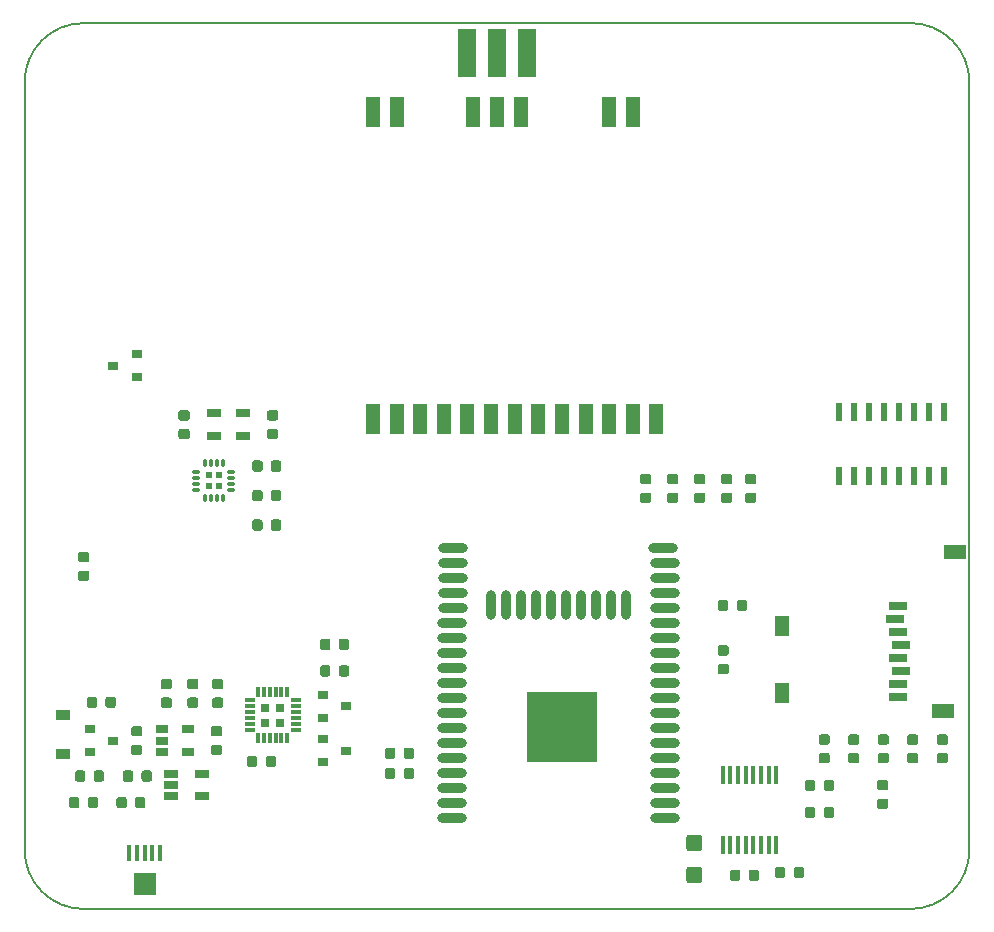
<source format=gbr>
%TF.GenerationSoftware,KiCad,Pcbnew,5.0.2-bee76a0~70~ubuntu18.04.1*%
%TF.CreationDate,2019-01-10T22:11:30+01:00*%
%TF.ProjectId,esp32_radio,65737033-325f-4726-9164-696f2e6b6963,V0.1*%
%TF.SameCoordinates,Original*%
%TF.FileFunction,Paste,Top*%
%TF.FilePolarity,Positive*%
%FSLAX46Y46*%
G04 Gerber Fmt 4.6, Leading zero omitted, Abs format (unit mm)*
G04 Created by KiCad (PCBNEW 5.0.2-bee76a0~70~ubuntu18.04.1) date jeu. 10 janv. 2019 22:11:30 CET*
%MOMM*%
%LPD*%
G01*
G04 APERTURE LIST*
%ADD10C,0.150000*%
%ADD11R,1.200000X1.800000*%
%ADD12R,1.500000X0.800000*%
%ADD13R,1.900000X1.300000*%
%ADD14R,1.900000X1.900000*%
%ADD15R,0.400000X1.350000*%
%ADD16C,0.100000*%
%ADD17C,0.875000*%
%ADD18C,1.350000*%
%ADD19R,0.850000X0.300000*%
%ADD20R,0.300000X0.850000*%
%ADD21R,0.780000X0.780000*%
%ADD22O,0.300000X0.750000*%
%ADD23O,0.750000X0.300000*%
%ADD24R,0.540000X0.540000*%
%ADD25R,1.200000X0.900000*%
%ADD26R,1.524000X4.064000*%
%ADD27R,1.300000X0.700000*%
%ADD28R,0.900000X0.800000*%
%ADD29R,1.060000X0.650000*%
%ADD30R,1.220000X0.650000*%
%ADD31R,0.600000X1.500000*%
%ADD32R,0.450000X1.500000*%
%ADD33O,2.500000X0.900000*%
%ADD34O,0.900000X2.500000*%
%ADD35R,6.000000X6.000000*%
%ADD36R,1.270000X2.540000*%
G04 APERTURE END LIST*
D10*
X107188000Y-109088000D02*
G75*
G03X112188000Y-114088000I5000000J0D01*
G01*
X182188000Y-114088000D02*
G75*
G03X187188000Y-109088000I0J5000000D01*
G01*
X187188000Y-44088000D02*
G75*
G03X182188000Y-39088000I-5000000J0D01*
G01*
X112188000Y-39088000D02*
G75*
G03X107188000Y-44088000I0J-5000000D01*
G01*
X182188000Y-39088000D02*
X112188000Y-39088000D01*
X187188000Y-109088000D02*
X187188000Y-44088000D01*
X112188000Y-114088000D02*
X182188000Y-114088000D01*
X107188000Y-44088000D02*
X107188000Y-109088000D01*
D11*
X171288000Y-95848000D03*
D12*
X181158000Y-88418000D03*
D13*
X185988000Y-83838000D03*
X184968000Y-97358000D03*
D11*
X171288000Y-90098000D03*
D12*
X180858000Y-89518000D03*
X181158000Y-90618000D03*
X181358000Y-91718000D03*
X181158000Y-92818000D03*
X181358000Y-93918000D03*
X181158000Y-95018000D03*
X181158000Y-96118000D03*
D14*
X117348000Y-112014000D03*
D15*
X116048000Y-109339000D03*
X116698000Y-109339000D03*
X118648000Y-109339000D03*
X117998000Y-109339000D03*
X117348000Y-109339000D03*
D16*
G36*
X113715691Y-102364053D02*
X113736926Y-102367203D01*
X113757750Y-102372419D01*
X113777962Y-102379651D01*
X113797368Y-102388830D01*
X113815781Y-102399866D01*
X113833024Y-102412654D01*
X113848930Y-102427070D01*
X113863346Y-102442976D01*
X113876134Y-102460219D01*
X113887170Y-102478632D01*
X113896349Y-102498038D01*
X113903581Y-102518250D01*
X113908797Y-102539074D01*
X113911947Y-102560309D01*
X113913000Y-102581750D01*
X113913000Y-103094250D01*
X113911947Y-103115691D01*
X113908797Y-103136926D01*
X113903581Y-103157750D01*
X113896349Y-103177962D01*
X113887170Y-103197368D01*
X113876134Y-103215781D01*
X113863346Y-103233024D01*
X113848930Y-103248930D01*
X113833024Y-103263346D01*
X113815781Y-103276134D01*
X113797368Y-103287170D01*
X113777962Y-103296349D01*
X113757750Y-103303581D01*
X113736926Y-103308797D01*
X113715691Y-103311947D01*
X113694250Y-103313000D01*
X113256750Y-103313000D01*
X113235309Y-103311947D01*
X113214074Y-103308797D01*
X113193250Y-103303581D01*
X113173038Y-103296349D01*
X113153632Y-103287170D01*
X113135219Y-103276134D01*
X113117976Y-103263346D01*
X113102070Y-103248930D01*
X113087654Y-103233024D01*
X113074866Y-103215781D01*
X113063830Y-103197368D01*
X113054651Y-103177962D01*
X113047419Y-103157750D01*
X113042203Y-103136926D01*
X113039053Y-103115691D01*
X113038000Y-103094250D01*
X113038000Y-102581750D01*
X113039053Y-102560309D01*
X113042203Y-102539074D01*
X113047419Y-102518250D01*
X113054651Y-102498038D01*
X113063830Y-102478632D01*
X113074866Y-102460219D01*
X113087654Y-102442976D01*
X113102070Y-102427070D01*
X113117976Y-102412654D01*
X113135219Y-102399866D01*
X113153632Y-102388830D01*
X113173038Y-102379651D01*
X113193250Y-102372419D01*
X113214074Y-102367203D01*
X113235309Y-102364053D01*
X113256750Y-102363000D01*
X113694250Y-102363000D01*
X113715691Y-102364053D01*
X113715691Y-102364053D01*
G37*
D17*
X113475500Y-102838000D03*
D16*
G36*
X112140691Y-102364053D02*
X112161926Y-102367203D01*
X112182750Y-102372419D01*
X112202962Y-102379651D01*
X112222368Y-102388830D01*
X112240781Y-102399866D01*
X112258024Y-102412654D01*
X112273930Y-102427070D01*
X112288346Y-102442976D01*
X112301134Y-102460219D01*
X112312170Y-102478632D01*
X112321349Y-102498038D01*
X112328581Y-102518250D01*
X112333797Y-102539074D01*
X112336947Y-102560309D01*
X112338000Y-102581750D01*
X112338000Y-103094250D01*
X112336947Y-103115691D01*
X112333797Y-103136926D01*
X112328581Y-103157750D01*
X112321349Y-103177962D01*
X112312170Y-103197368D01*
X112301134Y-103215781D01*
X112288346Y-103233024D01*
X112273930Y-103248930D01*
X112258024Y-103263346D01*
X112240781Y-103276134D01*
X112222368Y-103287170D01*
X112202962Y-103296349D01*
X112182750Y-103303581D01*
X112161926Y-103308797D01*
X112140691Y-103311947D01*
X112119250Y-103313000D01*
X111681750Y-103313000D01*
X111660309Y-103311947D01*
X111639074Y-103308797D01*
X111618250Y-103303581D01*
X111598038Y-103296349D01*
X111578632Y-103287170D01*
X111560219Y-103276134D01*
X111542976Y-103263346D01*
X111527070Y-103248930D01*
X111512654Y-103233024D01*
X111499866Y-103215781D01*
X111488830Y-103197368D01*
X111479651Y-103177962D01*
X111472419Y-103157750D01*
X111467203Y-103136926D01*
X111464053Y-103115691D01*
X111463000Y-103094250D01*
X111463000Y-102581750D01*
X111464053Y-102560309D01*
X111467203Y-102539074D01*
X111472419Y-102518250D01*
X111479651Y-102498038D01*
X111488830Y-102478632D01*
X111499866Y-102460219D01*
X111512654Y-102442976D01*
X111527070Y-102427070D01*
X111542976Y-102412654D01*
X111560219Y-102399866D01*
X111578632Y-102388830D01*
X111598038Y-102379651D01*
X111618250Y-102372419D01*
X111639074Y-102367203D01*
X111660309Y-102364053D01*
X111681750Y-102363000D01*
X112119250Y-102363000D01*
X112140691Y-102364053D01*
X112140691Y-102364053D01*
G37*
D17*
X111900500Y-102838000D03*
D16*
G36*
X126706691Y-101126053D02*
X126727926Y-101129203D01*
X126748750Y-101134419D01*
X126768962Y-101141651D01*
X126788368Y-101150830D01*
X126806781Y-101161866D01*
X126824024Y-101174654D01*
X126839930Y-101189070D01*
X126854346Y-101204976D01*
X126867134Y-101222219D01*
X126878170Y-101240632D01*
X126887349Y-101260038D01*
X126894581Y-101280250D01*
X126899797Y-101301074D01*
X126902947Y-101322309D01*
X126904000Y-101343750D01*
X126904000Y-101856250D01*
X126902947Y-101877691D01*
X126899797Y-101898926D01*
X126894581Y-101919750D01*
X126887349Y-101939962D01*
X126878170Y-101959368D01*
X126867134Y-101977781D01*
X126854346Y-101995024D01*
X126839930Y-102010930D01*
X126824024Y-102025346D01*
X126806781Y-102038134D01*
X126788368Y-102049170D01*
X126768962Y-102058349D01*
X126748750Y-102065581D01*
X126727926Y-102070797D01*
X126706691Y-102073947D01*
X126685250Y-102075000D01*
X126247750Y-102075000D01*
X126226309Y-102073947D01*
X126205074Y-102070797D01*
X126184250Y-102065581D01*
X126164038Y-102058349D01*
X126144632Y-102049170D01*
X126126219Y-102038134D01*
X126108976Y-102025346D01*
X126093070Y-102010930D01*
X126078654Y-101995024D01*
X126065866Y-101977781D01*
X126054830Y-101959368D01*
X126045651Y-101939962D01*
X126038419Y-101919750D01*
X126033203Y-101898926D01*
X126030053Y-101877691D01*
X126029000Y-101856250D01*
X126029000Y-101343750D01*
X126030053Y-101322309D01*
X126033203Y-101301074D01*
X126038419Y-101280250D01*
X126045651Y-101260038D01*
X126054830Y-101240632D01*
X126065866Y-101222219D01*
X126078654Y-101204976D01*
X126093070Y-101189070D01*
X126108976Y-101174654D01*
X126126219Y-101161866D01*
X126144632Y-101150830D01*
X126164038Y-101141651D01*
X126184250Y-101134419D01*
X126205074Y-101129203D01*
X126226309Y-101126053D01*
X126247750Y-101125000D01*
X126685250Y-101125000D01*
X126706691Y-101126053D01*
X126706691Y-101126053D01*
G37*
D17*
X126466500Y-101600000D03*
D16*
G36*
X128281691Y-101126053D02*
X128302926Y-101129203D01*
X128323750Y-101134419D01*
X128343962Y-101141651D01*
X128363368Y-101150830D01*
X128381781Y-101161866D01*
X128399024Y-101174654D01*
X128414930Y-101189070D01*
X128429346Y-101204976D01*
X128442134Y-101222219D01*
X128453170Y-101240632D01*
X128462349Y-101260038D01*
X128469581Y-101280250D01*
X128474797Y-101301074D01*
X128477947Y-101322309D01*
X128479000Y-101343750D01*
X128479000Y-101856250D01*
X128477947Y-101877691D01*
X128474797Y-101898926D01*
X128469581Y-101919750D01*
X128462349Y-101939962D01*
X128453170Y-101959368D01*
X128442134Y-101977781D01*
X128429346Y-101995024D01*
X128414930Y-102010930D01*
X128399024Y-102025346D01*
X128381781Y-102038134D01*
X128363368Y-102049170D01*
X128343962Y-102058349D01*
X128323750Y-102065581D01*
X128302926Y-102070797D01*
X128281691Y-102073947D01*
X128260250Y-102075000D01*
X127822750Y-102075000D01*
X127801309Y-102073947D01*
X127780074Y-102070797D01*
X127759250Y-102065581D01*
X127739038Y-102058349D01*
X127719632Y-102049170D01*
X127701219Y-102038134D01*
X127683976Y-102025346D01*
X127668070Y-102010930D01*
X127653654Y-101995024D01*
X127640866Y-101977781D01*
X127629830Y-101959368D01*
X127620651Y-101939962D01*
X127613419Y-101919750D01*
X127608203Y-101898926D01*
X127605053Y-101877691D01*
X127604000Y-101856250D01*
X127604000Y-101343750D01*
X127605053Y-101322309D01*
X127608203Y-101301074D01*
X127613419Y-101280250D01*
X127620651Y-101260038D01*
X127629830Y-101240632D01*
X127640866Y-101222219D01*
X127653654Y-101204976D01*
X127668070Y-101189070D01*
X127683976Y-101174654D01*
X127701219Y-101161866D01*
X127719632Y-101150830D01*
X127739038Y-101141651D01*
X127759250Y-101134419D01*
X127780074Y-101129203D01*
X127801309Y-101126053D01*
X127822750Y-101125000D01*
X128260250Y-101125000D01*
X128281691Y-101126053D01*
X128281691Y-101126053D01*
G37*
D17*
X128041500Y-101600000D03*
D16*
G36*
X123815691Y-96189053D02*
X123836926Y-96192203D01*
X123857750Y-96197419D01*
X123877962Y-96204651D01*
X123897368Y-96213830D01*
X123915781Y-96224866D01*
X123933024Y-96237654D01*
X123948930Y-96252070D01*
X123963346Y-96267976D01*
X123976134Y-96285219D01*
X123987170Y-96303632D01*
X123996349Y-96323038D01*
X124003581Y-96343250D01*
X124008797Y-96364074D01*
X124011947Y-96385309D01*
X124013000Y-96406750D01*
X124013000Y-96844250D01*
X124011947Y-96865691D01*
X124008797Y-96886926D01*
X124003581Y-96907750D01*
X123996349Y-96927962D01*
X123987170Y-96947368D01*
X123976134Y-96965781D01*
X123963346Y-96983024D01*
X123948930Y-96998930D01*
X123933024Y-97013346D01*
X123915781Y-97026134D01*
X123897368Y-97037170D01*
X123877962Y-97046349D01*
X123857750Y-97053581D01*
X123836926Y-97058797D01*
X123815691Y-97061947D01*
X123794250Y-97063000D01*
X123281750Y-97063000D01*
X123260309Y-97061947D01*
X123239074Y-97058797D01*
X123218250Y-97053581D01*
X123198038Y-97046349D01*
X123178632Y-97037170D01*
X123160219Y-97026134D01*
X123142976Y-97013346D01*
X123127070Y-96998930D01*
X123112654Y-96983024D01*
X123099866Y-96965781D01*
X123088830Y-96947368D01*
X123079651Y-96927962D01*
X123072419Y-96907750D01*
X123067203Y-96886926D01*
X123064053Y-96865691D01*
X123063000Y-96844250D01*
X123063000Y-96406750D01*
X123064053Y-96385309D01*
X123067203Y-96364074D01*
X123072419Y-96343250D01*
X123079651Y-96323038D01*
X123088830Y-96303632D01*
X123099866Y-96285219D01*
X123112654Y-96267976D01*
X123127070Y-96252070D01*
X123142976Y-96237654D01*
X123160219Y-96224866D01*
X123178632Y-96213830D01*
X123198038Y-96204651D01*
X123218250Y-96197419D01*
X123239074Y-96192203D01*
X123260309Y-96189053D01*
X123281750Y-96188000D01*
X123794250Y-96188000D01*
X123815691Y-96189053D01*
X123815691Y-96189053D01*
G37*
D17*
X123538000Y-96625500D03*
D16*
G36*
X123815691Y-94614053D02*
X123836926Y-94617203D01*
X123857750Y-94622419D01*
X123877962Y-94629651D01*
X123897368Y-94638830D01*
X123915781Y-94649866D01*
X123933024Y-94662654D01*
X123948930Y-94677070D01*
X123963346Y-94692976D01*
X123976134Y-94710219D01*
X123987170Y-94728632D01*
X123996349Y-94748038D01*
X124003581Y-94768250D01*
X124008797Y-94789074D01*
X124011947Y-94810309D01*
X124013000Y-94831750D01*
X124013000Y-95269250D01*
X124011947Y-95290691D01*
X124008797Y-95311926D01*
X124003581Y-95332750D01*
X123996349Y-95352962D01*
X123987170Y-95372368D01*
X123976134Y-95390781D01*
X123963346Y-95408024D01*
X123948930Y-95423930D01*
X123933024Y-95438346D01*
X123915781Y-95451134D01*
X123897368Y-95462170D01*
X123877962Y-95471349D01*
X123857750Y-95478581D01*
X123836926Y-95483797D01*
X123815691Y-95486947D01*
X123794250Y-95488000D01*
X123281750Y-95488000D01*
X123260309Y-95486947D01*
X123239074Y-95483797D01*
X123218250Y-95478581D01*
X123198038Y-95471349D01*
X123178632Y-95462170D01*
X123160219Y-95451134D01*
X123142976Y-95438346D01*
X123127070Y-95423930D01*
X123112654Y-95408024D01*
X123099866Y-95390781D01*
X123088830Y-95372368D01*
X123079651Y-95352962D01*
X123072419Y-95332750D01*
X123067203Y-95311926D01*
X123064053Y-95290691D01*
X123063000Y-95269250D01*
X123063000Y-94831750D01*
X123064053Y-94810309D01*
X123067203Y-94789074D01*
X123072419Y-94768250D01*
X123079651Y-94748038D01*
X123088830Y-94728632D01*
X123099866Y-94710219D01*
X123112654Y-94692976D01*
X123127070Y-94677070D01*
X123142976Y-94662654D01*
X123160219Y-94649866D01*
X123178632Y-94638830D01*
X123198038Y-94629651D01*
X123218250Y-94622419D01*
X123239074Y-94617203D01*
X123260309Y-94614053D01*
X123281750Y-94613000D01*
X123794250Y-94613000D01*
X123815691Y-94614053D01*
X123815691Y-94614053D01*
G37*
D17*
X123538000Y-95050500D03*
D16*
G36*
X175525691Y-105444053D02*
X175546926Y-105447203D01*
X175567750Y-105452419D01*
X175587962Y-105459651D01*
X175607368Y-105468830D01*
X175625781Y-105479866D01*
X175643024Y-105492654D01*
X175658930Y-105507070D01*
X175673346Y-105522976D01*
X175686134Y-105540219D01*
X175697170Y-105558632D01*
X175706349Y-105578038D01*
X175713581Y-105598250D01*
X175718797Y-105619074D01*
X175721947Y-105640309D01*
X175723000Y-105661750D01*
X175723000Y-106174250D01*
X175721947Y-106195691D01*
X175718797Y-106216926D01*
X175713581Y-106237750D01*
X175706349Y-106257962D01*
X175697170Y-106277368D01*
X175686134Y-106295781D01*
X175673346Y-106313024D01*
X175658930Y-106328930D01*
X175643024Y-106343346D01*
X175625781Y-106356134D01*
X175607368Y-106367170D01*
X175587962Y-106376349D01*
X175567750Y-106383581D01*
X175546926Y-106388797D01*
X175525691Y-106391947D01*
X175504250Y-106393000D01*
X175066750Y-106393000D01*
X175045309Y-106391947D01*
X175024074Y-106388797D01*
X175003250Y-106383581D01*
X174983038Y-106376349D01*
X174963632Y-106367170D01*
X174945219Y-106356134D01*
X174927976Y-106343346D01*
X174912070Y-106328930D01*
X174897654Y-106313024D01*
X174884866Y-106295781D01*
X174873830Y-106277368D01*
X174864651Y-106257962D01*
X174857419Y-106237750D01*
X174852203Y-106216926D01*
X174849053Y-106195691D01*
X174848000Y-106174250D01*
X174848000Y-105661750D01*
X174849053Y-105640309D01*
X174852203Y-105619074D01*
X174857419Y-105598250D01*
X174864651Y-105578038D01*
X174873830Y-105558632D01*
X174884866Y-105540219D01*
X174897654Y-105522976D01*
X174912070Y-105507070D01*
X174927976Y-105492654D01*
X174945219Y-105479866D01*
X174963632Y-105468830D01*
X174983038Y-105459651D01*
X175003250Y-105452419D01*
X175024074Y-105447203D01*
X175045309Y-105444053D01*
X175066750Y-105443000D01*
X175504250Y-105443000D01*
X175525691Y-105444053D01*
X175525691Y-105444053D01*
G37*
D17*
X175285500Y-105918000D03*
D16*
G36*
X173950691Y-105444053D02*
X173971926Y-105447203D01*
X173992750Y-105452419D01*
X174012962Y-105459651D01*
X174032368Y-105468830D01*
X174050781Y-105479866D01*
X174068024Y-105492654D01*
X174083930Y-105507070D01*
X174098346Y-105522976D01*
X174111134Y-105540219D01*
X174122170Y-105558632D01*
X174131349Y-105578038D01*
X174138581Y-105598250D01*
X174143797Y-105619074D01*
X174146947Y-105640309D01*
X174148000Y-105661750D01*
X174148000Y-106174250D01*
X174146947Y-106195691D01*
X174143797Y-106216926D01*
X174138581Y-106237750D01*
X174131349Y-106257962D01*
X174122170Y-106277368D01*
X174111134Y-106295781D01*
X174098346Y-106313024D01*
X174083930Y-106328930D01*
X174068024Y-106343346D01*
X174050781Y-106356134D01*
X174032368Y-106367170D01*
X174012962Y-106376349D01*
X173992750Y-106383581D01*
X173971926Y-106388797D01*
X173950691Y-106391947D01*
X173929250Y-106393000D01*
X173491750Y-106393000D01*
X173470309Y-106391947D01*
X173449074Y-106388797D01*
X173428250Y-106383581D01*
X173408038Y-106376349D01*
X173388632Y-106367170D01*
X173370219Y-106356134D01*
X173352976Y-106343346D01*
X173337070Y-106328930D01*
X173322654Y-106313024D01*
X173309866Y-106295781D01*
X173298830Y-106277368D01*
X173289651Y-106257962D01*
X173282419Y-106237750D01*
X173277203Y-106216926D01*
X173274053Y-106195691D01*
X173273000Y-106174250D01*
X173273000Y-105661750D01*
X173274053Y-105640309D01*
X173277203Y-105619074D01*
X173282419Y-105598250D01*
X173289651Y-105578038D01*
X173298830Y-105558632D01*
X173309866Y-105540219D01*
X173322654Y-105522976D01*
X173337070Y-105507070D01*
X173352976Y-105492654D01*
X173370219Y-105479866D01*
X173388632Y-105468830D01*
X173408038Y-105459651D01*
X173428250Y-105452419D01*
X173449074Y-105447203D01*
X173470309Y-105444053D01*
X173491750Y-105443000D01*
X173929250Y-105443000D01*
X173950691Y-105444053D01*
X173950691Y-105444053D01*
G37*
D17*
X173710500Y-105918000D03*
D16*
G36*
X173950691Y-103158053D02*
X173971926Y-103161203D01*
X173992750Y-103166419D01*
X174012962Y-103173651D01*
X174032368Y-103182830D01*
X174050781Y-103193866D01*
X174068024Y-103206654D01*
X174083930Y-103221070D01*
X174098346Y-103236976D01*
X174111134Y-103254219D01*
X174122170Y-103272632D01*
X174131349Y-103292038D01*
X174138581Y-103312250D01*
X174143797Y-103333074D01*
X174146947Y-103354309D01*
X174148000Y-103375750D01*
X174148000Y-103888250D01*
X174146947Y-103909691D01*
X174143797Y-103930926D01*
X174138581Y-103951750D01*
X174131349Y-103971962D01*
X174122170Y-103991368D01*
X174111134Y-104009781D01*
X174098346Y-104027024D01*
X174083930Y-104042930D01*
X174068024Y-104057346D01*
X174050781Y-104070134D01*
X174032368Y-104081170D01*
X174012962Y-104090349D01*
X173992750Y-104097581D01*
X173971926Y-104102797D01*
X173950691Y-104105947D01*
X173929250Y-104107000D01*
X173491750Y-104107000D01*
X173470309Y-104105947D01*
X173449074Y-104102797D01*
X173428250Y-104097581D01*
X173408038Y-104090349D01*
X173388632Y-104081170D01*
X173370219Y-104070134D01*
X173352976Y-104057346D01*
X173337070Y-104042930D01*
X173322654Y-104027024D01*
X173309866Y-104009781D01*
X173298830Y-103991368D01*
X173289651Y-103971962D01*
X173282419Y-103951750D01*
X173277203Y-103930926D01*
X173274053Y-103909691D01*
X173273000Y-103888250D01*
X173273000Y-103375750D01*
X173274053Y-103354309D01*
X173277203Y-103333074D01*
X173282419Y-103312250D01*
X173289651Y-103292038D01*
X173298830Y-103272632D01*
X173309866Y-103254219D01*
X173322654Y-103236976D01*
X173337070Y-103221070D01*
X173352976Y-103206654D01*
X173370219Y-103193866D01*
X173388632Y-103182830D01*
X173408038Y-103173651D01*
X173428250Y-103166419D01*
X173449074Y-103161203D01*
X173470309Y-103158053D01*
X173491750Y-103157000D01*
X173929250Y-103157000D01*
X173950691Y-103158053D01*
X173950691Y-103158053D01*
G37*
D17*
X173710500Y-103632000D03*
D16*
G36*
X175525691Y-103158053D02*
X175546926Y-103161203D01*
X175567750Y-103166419D01*
X175587962Y-103173651D01*
X175607368Y-103182830D01*
X175625781Y-103193866D01*
X175643024Y-103206654D01*
X175658930Y-103221070D01*
X175673346Y-103236976D01*
X175686134Y-103254219D01*
X175697170Y-103272632D01*
X175706349Y-103292038D01*
X175713581Y-103312250D01*
X175718797Y-103333074D01*
X175721947Y-103354309D01*
X175723000Y-103375750D01*
X175723000Y-103888250D01*
X175721947Y-103909691D01*
X175718797Y-103930926D01*
X175713581Y-103951750D01*
X175706349Y-103971962D01*
X175697170Y-103991368D01*
X175686134Y-104009781D01*
X175673346Y-104027024D01*
X175658930Y-104042930D01*
X175643024Y-104057346D01*
X175625781Y-104070134D01*
X175607368Y-104081170D01*
X175587962Y-104090349D01*
X175567750Y-104097581D01*
X175546926Y-104102797D01*
X175525691Y-104105947D01*
X175504250Y-104107000D01*
X175066750Y-104107000D01*
X175045309Y-104105947D01*
X175024074Y-104102797D01*
X175003250Y-104097581D01*
X174983038Y-104090349D01*
X174963632Y-104081170D01*
X174945219Y-104070134D01*
X174927976Y-104057346D01*
X174912070Y-104042930D01*
X174897654Y-104027024D01*
X174884866Y-104009781D01*
X174873830Y-103991368D01*
X174864651Y-103971962D01*
X174857419Y-103951750D01*
X174852203Y-103930926D01*
X174849053Y-103909691D01*
X174848000Y-103888250D01*
X174848000Y-103375750D01*
X174849053Y-103354309D01*
X174852203Y-103333074D01*
X174857419Y-103312250D01*
X174864651Y-103292038D01*
X174873830Y-103272632D01*
X174884866Y-103254219D01*
X174897654Y-103236976D01*
X174912070Y-103221070D01*
X174927976Y-103206654D01*
X174945219Y-103193866D01*
X174963632Y-103182830D01*
X174983038Y-103173651D01*
X175003250Y-103166419D01*
X175024074Y-103161203D01*
X175045309Y-103158053D01*
X175066750Y-103157000D01*
X175504250Y-103157000D01*
X175525691Y-103158053D01*
X175525691Y-103158053D01*
G37*
D17*
X175285500Y-103632000D03*
D16*
G36*
X139965691Y-102142053D02*
X139986926Y-102145203D01*
X140007750Y-102150419D01*
X140027962Y-102157651D01*
X140047368Y-102166830D01*
X140065781Y-102177866D01*
X140083024Y-102190654D01*
X140098930Y-102205070D01*
X140113346Y-102220976D01*
X140126134Y-102238219D01*
X140137170Y-102256632D01*
X140146349Y-102276038D01*
X140153581Y-102296250D01*
X140158797Y-102317074D01*
X140161947Y-102338309D01*
X140163000Y-102359750D01*
X140163000Y-102872250D01*
X140161947Y-102893691D01*
X140158797Y-102914926D01*
X140153581Y-102935750D01*
X140146349Y-102955962D01*
X140137170Y-102975368D01*
X140126134Y-102993781D01*
X140113346Y-103011024D01*
X140098930Y-103026930D01*
X140083024Y-103041346D01*
X140065781Y-103054134D01*
X140047368Y-103065170D01*
X140027962Y-103074349D01*
X140007750Y-103081581D01*
X139986926Y-103086797D01*
X139965691Y-103089947D01*
X139944250Y-103091000D01*
X139506750Y-103091000D01*
X139485309Y-103089947D01*
X139464074Y-103086797D01*
X139443250Y-103081581D01*
X139423038Y-103074349D01*
X139403632Y-103065170D01*
X139385219Y-103054134D01*
X139367976Y-103041346D01*
X139352070Y-103026930D01*
X139337654Y-103011024D01*
X139324866Y-102993781D01*
X139313830Y-102975368D01*
X139304651Y-102955962D01*
X139297419Y-102935750D01*
X139292203Y-102914926D01*
X139289053Y-102893691D01*
X139288000Y-102872250D01*
X139288000Y-102359750D01*
X139289053Y-102338309D01*
X139292203Y-102317074D01*
X139297419Y-102296250D01*
X139304651Y-102276038D01*
X139313830Y-102256632D01*
X139324866Y-102238219D01*
X139337654Y-102220976D01*
X139352070Y-102205070D01*
X139367976Y-102190654D01*
X139385219Y-102177866D01*
X139403632Y-102166830D01*
X139423038Y-102157651D01*
X139443250Y-102150419D01*
X139464074Y-102145203D01*
X139485309Y-102142053D01*
X139506750Y-102141000D01*
X139944250Y-102141000D01*
X139965691Y-102142053D01*
X139965691Y-102142053D01*
G37*
D17*
X139725500Y-102616000D03*
D16*
G36*
X138390691Y-102142053D02*
X138411926Y-102145203D01*
X138432750Y-102150419D01*
X138452962Y-102157651D01*
X138472368Y-102166830D01*
X138490781Y-102177866D01*
X138508024Y-102190654D01*
X138523930Y-102205070D01*
X138538346Y-102220976D01*
X138551134Y-102238219D01*
X138562170Y-102256632D01*
X138571349Y-102276038D01*
X138578581Y-102296250D01*
X138583797Y-102317074D01*
X138586947Y-102338309D01*
X138588000Y-102359750D01*
X138588000Y-102872250D01*
X138586947Y-102893691D01*
X138583797Y-102914926D01*
X138578581Y-102935750D01*
X138571349Y-102955962D01*
X138562170Y-102975368D01*
X138551134Y-102993781D01*
X138538346Y-103011024D01*
X138523930Y-103026930D01*
X138508024Y-103041346D01*
X138490781Y-103054134D01*
X138472368Y-103065170D01*
X138452962Y-103074349D01*
X138432750Y-103081581D01*
X138411926Y-103086797D01*
X138390691Y-103089947D01*
X138369250Y-103091000D01*
X137931750Y-103091000D01*
X137910309Y-103089947D01*
X137889074Y-103086797D01*
X137868250Y-103081581D01*
X137848038Y-103074349D01*
X137828632Y-103065170D01*
X137810219Y-103054134D01*
X137792976Y-103041346D01*
X137777070Y-103026930D01*
X137762654Y-103011024D01*
X137749866Y-102993781D01*
X137738830Y-102975368D01*
X137729651Y-102955962D01*
X137722419Y-102935750D01*
X137717203Y-102914926D01*
X137714053Y-102893691D01*
X137713000Y-102872250D01*
X137713000Y-102359750D01*
X137714053Y-102338309D01*
X137717203Y-102317074D01*
X137722419Y-102296250D01*
X137729651Y-102276038D01*
X137738830Y-102256632D01*
X137749866Y-102238219D01*
X137762654Y-102220976D01*
X137777070Y-102205070D01*
X137792976Y-102190654D01*
X137810219Y-102177866D01*
X137828632Y-102166830D01*
X137848038Y-102157651D01*
X137868250Y-102150419D01*
X137889074Y-102145203D01*
X137910309Y-102142053D01*
X137931750Y-102141000D01*
X138369250Y-102141000D01*
X138390691Y-102142053D01*
X138390691Y-102142053D01*
G37*
D17*
X138150500Y-102616000D03*
D16*
G36*
X119465691Y-94614053D02*
X119486926Y-94617203D01*
X119507750Y-94622419D01*
X119527962Y-94629651D01*
X119547368Y-94638830D01*
X119565781Y-94649866D01*
X119583024Y-94662654D01*
X119598930Y-94677070D01*
X119613346Y-94692976D01*
X119626134Y-94710219D01*
X119637170Y-94728632D01*
X119646349Y-94748038D01*
X119653581Y-94768250D01*
X119658797Y-94789074D01*
X119661947Y-94810309D01*
X119663000Y-94831750D01*
X119663000Y-95269250D01*
X119661947Y-95290691D01*
X119658797Y-95311926D01*
X119653581Y-95332750D01*
X119646349Y-95352962D01*
X119637170Y-95372368D01*
X119626134Y-95390781D01*
X119613346Y-95408024D01*
X119598930Y-95423930D01*
X119583024Y-95438346D01*
X119565781Y-95451134D01*
X119547368Y-95462170D01*
X119527962Y-95471349D01*
X119507750Y-95478581D01*
X119486926Y-95483797D01*
X119465691Y-95486947D01*
X119444250Y-95488000D01*
X118931750Y-95488000D01*
X118910309Y-95486947D01*
X118889074Y-95483797D01*
X118868250Y-95478581D01*
X118848038Y-95471349D01*
X118828632Y-95462170D01*
X118810219Y-95451134D01*
X118792976Y-95438346D01*
X118777070Y-95423930D01*
X118762654Y-95408024D01*
X118749866Y-95390781D01*
X118738830Y-95372368D01*
X118729651Y-95352962D01*
X118722419Y-95332750D01*
X118717203Y-95311926D01*
X118714053Y-95290691D01*
X118713000Y-95269250D01*
X118713000Y-94831750D01*
X118714053Y-94810309D01*
X118717203Y-94789074D01*
X118722419Y-94768250D01*
X118729651Y-94748038D01*
X118738830Y-94728632D01*
X118749866Y-94710219D01*
X118762654Y-94692976D01*
X118777070Y-94677070D01*
X118792976Y-94662654D01*
X118810219Y-94649866D01*
X118828632Y-94638830D01*
X118848038Y-94629651D01*
X118868250Y-94622419D01*
X118889074Y-94617203D01*
X118910309Y-94614053D01*
X118931750Y-94613000D01*
X119444250Y-94613000D01*
X119465691Y-94614053D01*
X119465691Y-94614053D01*
G37*
D17*
X119188000Y-95050500D03*
D16*
G36*
X119465691Y-96189053D02*
X119486926Y-96192203D01*
X119507750Y-96197419D01*
X119527962Y-96204651D01*
X119547368Y-96213830D01*
X119565781Y-96224866D01*
X119583024Y-96237654D01*
X119598930Y-96252070D01*
X119613346Y-96267976D01*
X119626134Y-96285219D01*
X119637170Y-96303632D01*
X119646349Y-96323038D01*
X119653581Y-96343250D01*
X119658797Y-96364074D01*
X119661947Y-96385309D01*
X119663000Y-96406750D01*
X119663000Y-96844250D01*
X119661947Y-96865691D01*
X119658797Y-96886926D01*
X119653581Y-96907750D01*
X119646349Y-96927962D01*
X119637170Y-96947368D01*
X119626134Y-96965781D01*
X119613346Y-96983024D01*
X119598930Y-96998930D01*
X119583024Y-97013346D01*
X119565781Y-97026134D01*
X119547368Y-97037170D01*
X119527962Y-97046349D01*
X119507750Y-97053581D01*
X119486926Y-97058797D01*
X119465691Y-97061947D01*
X119444250Y-97063000D01*
X118931750Y-97063000D01*
X118910309Y-97061947D01*
X118889074Y-97058797D01*
X118868250Y-97053581D01*
X118848038Y-97046349D01*
X118828632Y-97037170D01*
X118810219Y-97026134D01*
X118792976Y-97013346D01*
X118777070Y-96998930D01*
X118762654Y-96983024D01*
X118749866Y-96965781D01*
X118738830Y-96947368D01*
X118729651Y-96927962D01*
X118722419Y-96907750D01*
X118717203Y-96886926D01*
X118714053Y-96865691D01*
X118713000Y-96844250D01*
X118713000Y-96406750D01*
X118714053Y-96385309D01*
X118717203Y-96364074D01*
X118722419Y-96343250D01*
X118729651Y-96323038D01*
X118738830Y-96303632D01*
X118749866Y-96285219D01*
X118762654Y-96267976D01*
X118777070Y-96252070D01*
X118792976Y-96237654D01*
X118810219Y-96224866D01*
X118828632Y-96213830D01*
X118848038Y-96204651D01*
X118868250Y-96197419D01*
X118889074Y-96192203D01*
X118910309Y-96189053D01*
X118931750Y-96188000D01*
X119444250Y-96188000D01*
X119465691Y-96189053D01*
X119465691Y-96189053D01*
G37*
D17*
X119188000Y-96625500D03*
D16*
G36*
X121715691Y-96189053D02*
X121736926Y-96192203D01*
X121757750Y-96197419D01*
X121777962Y-96204651D01*
X121797368Y-96213830D01*
X121815781Y-96224866D01*
X121833024Y-96237654D01*
X121848930Y-96252070D01*
X121863346Y-96267976D01*
X121876134Y-96285219D01*
X121887170Y-96303632D01*
X121896349Y-96323038D01*
X121903581Y-96343250D01*
X121908797Y-96364074D01*
X121911947Y-96385309D01*
X121913000Y-96406750D01*
X121913000Y-96844250D01*
X121911947Y-96865691D01*
X121908797Y-96886926D01*
X121903581Y-96907750D01*
X121896349Y-96927962D01*
X121887170Y-96947368D01*
X121876134Y-96965781D01*
X121863346Y-96983024D01*
X121848930Y-96998930D01*
X121833024Y-97013346D01*
X121815781Y-97026134D01*
X121797368Y-97037170D01*
X121777962Y-97046349D01*
X121757750Y-97053581D01*
X121736926Y-97058797D01*
X121715691Y-97061947D01*
X121694250Y-97063000D01*
X121181750Y-97063000D01*
X121160309Y-97061947D01*
X121139074Y-97058797D01*
X121118250Y-97053581D01*
X121098038Y-97046349D01*
X121078632Y-97037170D01*
X121060219Y-97026134D01*
X121042976Y-97013346D01*
X121027070Y-96998930D01*
X121012654Y-96983024D01*
X120999866Y-96965781D01*
X120988830Y-96947368D01*
X120979651Y-96927962D01*
X120972419Y-96907750D01*
X120967203Y-96886926D01*
X120964053Y-96865691D01*
X120963000Y-96844250D01*
X120963000Y-96406750D01*
X120964053Y-96385309D01*
X120967203Y-96364074D01*
X120972419Y-96343250D01*
X120979651Y-96323038D01*
X120988830Y-96303632D01*
X120999866Y-96285219D01*
X121012654Y-96267976D01*
X121027070Y-96252070D01*
X121042976Y-96237654D01*
X121060219Y-96224866D01*
X121078632Y-96213830D01*
X121098038Y-96204651D01*
X121118250Y-96197419D01*
X121139074Y-96192203D01*
X121160309Y-96189053D01*
X121181750Y-96188000D01*
X121694250Y-96188000D01*
X121715691Y-96189053D01*
X121715691Y-96189053D01*
G37*
D17*
X121438000Y-96625500D03*
D16*
G36*
X121715691Y-94614053D02*
X121736926Y-94617203D01*
X121757750Y-94622419D01*
X121777962Y-94629651D01*
X121797368Y-94638830D01*
X121815781Y-94649866D01*
X121833024Y-94662654D01*
X121848930Y-94677070D01*
X121863346Y-94692976D01*
X121876134Y-94710219D01*
X121887170Y-94728632D01*
X121896349Y-94748038D01*
X121903581Y-94768250D01*
X121908797Y-94789074D01*
X121911947Y-94810309D01*
X121913000Y-94831750D01*
X121913000Y-95269250D01*
X121911947Y-95290691D01*
X121908797Y-95311926D01*
X121903581Y-95332750D01*
X121896349Y-95352962D01*
X121887170Y-95372368D01*
X121876134Y-95390781D01*
X121863346Y-95408024D01*
X121848930Y-95423930D01*
X121833024Y-95438346D01*
X121815781Y-95451134D01*
X121797368Y-95462170D01*
X121777962Y-95471349D01*
X121757750Y-95478581D01*
X121736926Y-95483797D01*
X121715691Y-95486947D01*
X121694250Y-95488000D01*
X121181750Y-95488000D01*
X121160309Y-95486947D01*
X121139074Y-95483797D01*
X121118250Y-95478581D01*
X121098038Y-95471349D01*
X121078632Y-95462170D01*
X121060219Y-95451134D01*
X121042976Y-95438346D01*
X121027070Y-95423930D01*
X121012654Y-95408024D01*
X120999866Y-95390781D01*
X120988830Y-95372368D01*
X120979651Y-95352962D01*
X120972419Y-95332750D01*
X120967203Y-95311926D01*
X120964053Y-95290691D01*
X120963000Y-95269250D01*
X120963000Y-94831750D01*
X120964053Y-94810309D01*
X120967203Y-94789074D01*
X120972419Y-94768250D01*
X120979651Y-94748038D01*
X120988830Y-94728632D01*
X120999866Y-94710219D01*
X121012654Y-94692976D01*
X121027070Y-94677070D01*
X121042976Y-94662654D01*
X121060219Y-94649866D01*
X121078632Y-94638830D01*
X121098038Y-94629651D01*
X121118250Y-94622419D01*
X121139074Y-94617203D01*
X121160309Y-94614053D01*
X121181750Y-94613000D01*
X121694250Y-94613000D01*
X121715691Y-94614053D01*
X121715691Y-94614053D01*
G37*
D17*
X121438000Y-95050500D03*
D16*
G36*
X169165691Y-110764053D02*
X169186926Y-110767203D01*
X169207750Y-110772419D01*
X169227962Y-110779651D01*
X169247368Y-110788830D01*
X169265781Y-110799866D01*
X169283024Y-110812654D01*
X169298930Y-110827070D01*
X169313346Y-110842976D01*
X169326134Y-110860219D01*
X169337170Y-110878632D01*
X169346349Y-110898038D01*
X169353581Y-110918250D01*
X169358797Y-110939074D01*
X169361947Y-110960309D01*
X169363000Y-110981750D01*
X169363000Y-111494250D01*
X169361947Y-111515691D01*
X169358797Y-111536926D01*
X169353581Y-111557750D01*
X169346349Y-111577962D01*
X169337170Y-111597368D01*
X169326134Y-111615781D01*
X169313346Y-111633024D01*
X169298930Y-111648930D01*
X169283024Y-111663346D01*
X169265781Y-111676134D01*
X169247368Y-111687170D01*
X169227962Y-111696349D01*
X169207750Y-111703581D01*
X169186926Y-111708797D01*
X169165691Y-111711947D01*
X169144250Y-111713000D01*
X168706750Y-111713000D01*
X168685309Y-111711947D01*
X168664074Y-111708797D01*
X168643250Y-111703581D01*
X168623038Y-111696349D01*
X168603632Y-111687170D01*
X168585219Y-111676134D01*
X168567976Y-111663346D01*
X168552070Y-111648930D01*
X168537654Y-111633024D01*
X168524866Y-111615781D01*
X168513830Y-111597368D01*
X168504651Y-111577962D01*
X168497419Y-111557750D01*
X168492203Y-111536926D01*
X168489053Y-111515691D01*
X168488000Y-111494250D01*
X168488000Y-110981750D01*
X168489053Y-110960309D01*
X168492203Y-110939074D01*
X168497419Y-110918250D01*
X168504651Y-110898038D01*
X168513830Y-110878632D01*
X168524866Y-110860219D01*
X168537654Y-110842976D01*
X168552070Y-110827070D01*
X168567976Y-110812654D01*
X168585219Y-110799866D01*
X168603632Y-110788830D01*
X168623038Y-110779651D01*
X168643250Y-110772419D01*
X168664074Y-110767203D01*
X168685309Y-110764053D01*
X168706750Y-110763000D01*
X169144250Y-110763000D01*
X169165691Y-110764053D01*
X169165691Y-110764053D01*
G37*
D17*
X168925500Y-111238000D03*
D16*
G36*
X167590691Y-110764053D02*
X167611926Y-110767203D01*
X167632750Y-110772419D01*
X167652962Y-110779651D01*
X167672368Y-110788830D01*
X167690781Y-110799866D01*
X167708024Y-110812654D01*
X167723930Y-110827070D01*
X167738346Y-110842976D01*
X167751134Y-110860219D01*
X167762170Y-110878632D01*
X167771349Y-110898038D01*
X167778581Y-110918250D01*
X167783797Y-110939074D01*
X167786947Y-110960309D01*
X167788000Y-110981750D01*
X167788000Y-111494250D01*
X167786947Y-111515691D01*
X167783797Y-111536926D01*
X167778581Y-111557750D01*
X167771349Y-111577962D01*
X167762170Y-111597368D01*
X167751134Y-111615781D01*
X167738346Y-111633024D01*
X167723930Y-111648930D01*
X167708024Y-111663346D01*
X167690781Y-111676134D01*
X167672368Y-111687170D01*
X167652962Y-111696349D01*
X167632750Y-111703581D01*
X167611926Y-111708797D01*
X167590691Y-111711947D01*
X167569250Y-111713000D01*
X167131750Y-111713000D01*
X167110309Y-111711947D01*
X167089074Y-111708797D01*
X167068250Y-111703581D01*
X167048038Y-111696349D01*
X167028632Y-111687170D01*
X167010219Y-111676134D01*
X166992976Y-111663346D01*
X166977070Y-111648930D01*
X166962654Y-111633024D01*
X166949866Y-111615781D01*
X166938830Y-111597368D01*
X166929651Y-111577962D01*
X166922419Y-111557750D01*
X166917203Y-111536926D01*
X166914053Y-111515691D01*
X166913000Y-111494250D01*
X166913000Y-110981750D01*
X166914053Y-110960309D01*
X166917203Y-110939074D01*
X166922419Y-110918250D01*
X166929651Y-110898038D01*
X166938830Y-110878632D01*
X166949866Y-110860219D01*
X166962654Y-110842976D01*
X166977070Y-110827070D01*
X166992976Y-110812654D01*
X167010219Y-110799866D01*
X167028632Y-110788830D01*
X167048038Y-110779651D01*
X167068250Y-110772419D01*
X167089074Y-110767203D01*
X167110309Y-110764053D01*
X167131750Y-110763000D01*
X167569250Y-110763000D01*
X167590691Y-110764053D01*
X167590691Y-110764053D01*
G37*
D17*
X167350500Y-111238000D03*
D16*
G36*
X117215691Y-104614053D02*
X117236926Y-104617203D01*
X117257750Y-104622419D01*
X117277962Y-104629651D01*
X117297368Y-104638830D01*
X117315781Y-104649866D01*
X117333024Y-104662654D01*
X117348930Y-104677070D01*
X117363346Y-104692976D01*
X117376134Y-104710219D01*
X117387170Y-104728632D01*
X117396349Y-104748038D01*
X117403581Y-104768250D01*
X117408797Y-104789074D01*
X117411947Y-104810309D01*
X117413000Y-104831750D01*
X117413000Y-105344250D01*
X117411947Y-105365691D01*
X117408797Y-105386926D01*
X117403581Y-105407750D01*
X117396349Y-105427962D01*
X117387170Y-105447368D01*
X117376134Y-105465781D01*
X117363346Y-105483024D01*
X117348930Y-105498930D01*
X117333024Y-105513346D01*
X117315781Y-105526134D01*
X117297368Y-105537170D01*
X117277962Y-105546349D01*
X117257750Y-105553581D01*
X117236926Y-105558797D01*
X117215691Y-105561947D01*
X117194250Y-105563000D01*
X116756750Y-105563000D01*
X116735309Y-105561947D01*
X116714074Y-105558797D01*
X116693250Y-105553581D01*
X116673038Y-105546349D01*
X116653632Y-105537170D01*
X116635219Y-105526134D01*
X116617976Y-105513346D01*
X116602070Y-105498930D01*
X116587654Y-105483024D01*
X116574866Y-105465781D01*
X116563830Y-105447368D01*
X116554651Y-105427962D01*
X116547419Y-105407750D01*
X116542203Y-105386926D01*
X116539053Y-105365691D01*
X116538000Y-105344250D01*
X116538000Y-104831750D01*
X116539053Y-104810309D01*
X116542203Y-104789074D01*
X116547419Y-104768250D01*
X116554651Y-104748038D01*
X116563830Y-104728632D01*
X116574866Y-104710219D01*
X116587654Y-104692976D01*
X116602070Y-104677070D01*
X116617976Y-104662654D01*
X116635219Y-104649866D01*
X116653632Y-104638830D01*
X116673038Y-104629651D01*
X116693250Y-104622419D01*
X116714074Y-104617203D01*
X116735309Y-104614053D01*
X116756750Y-104613000D01*
X117194250Y-104613000D01*
X117215691Y-104614053D01*
X117215691Y-104614053D01*
G37*
D17*
X116975500Y-105088000D03*
D16*
G36*
X115640691Y-104614053D02*
X115661926Y-104617203D01*
X115682750Y-104622419D01*
X115702962Y-104629651D01*
X115722368Y-104638830D01*
X115740781Y-104649866D01*
X115758024Y-104662654D01*
X115773930Y-104677070D01*
X115788346Y-104692976D01*
X115801134Y-104710219D01*
X115812170Y-104728632D01*
X115821349Y-104748038D01*
X115828581Y-104768250D01*
X115833797Y-104789074D01*
X115836947Y-104810309D01*
X115838000Y-104831750D01*
X115838000Y-105344250D01*
X115836947Y-105365691D01*
X115833797Y-105386926D01*
X115828581Y-105407750D01*
X115821349Y-105427962D01*
X115812170Y-105447368D01*
X115801134Y-105465781D01*
X115788346Y-105483024D01*
X115773930Y-105498930D01*
X115758024Y-105513346D01*
X115740781Y-105526134D01*
X115722368Y-105537170D01*
X115702962Y-105546349D01*
X115682750Y-105553581D01*
X115661926Y-105558797D01*
X115640691Y-105561947D01*
X115619250Y-105563000D01*
X115181750Y-105563000D01*
X115160309Y-105561947D01*
X115139074Y-105558797D01*
X115118250Y-105553581D01*
X115098038Y-105546349D01*
X115078632Y-105537170D01*
X115060219Y-105526134D01*
X115042976Y-105513346D01*
X115027070Y-105498930D01*
X115012654Y-105483024D01*
X114999866Y-105465781D01*
X114988830Y-105447368D01*
X114979651Y-105427962D01*
X114972419Y-105407750D01*
X114967203Y-105386926D01*
X114964053Y-105365691D01*
X114963000Y-105344250D01*
X114963000Y-104831750D01*
X114964053Y-104810309D01*
X114967203Y-104789074D01*
X114972419Y-104768250D01*
X114979651Y-104748038D01*
X114988830Y-104728632D01*
X114999866Y-104710219D01*
X115012654Y-104692976D01*
X115027070Y-104677070D01*
X115042976Y-104662654D01*
X115060219Y-104649866D01*
X115078632Y-104638830D01*
X115098038Y-104629651D01*
X115118250Y-104622419D01*
X115139074Y-104617203D01*
X115160309Y-104614053D01*
X115181750Y-104613000D01*
X115619250Y-104613000D01*
X115640691Y-104614053D01*
X115640691Y-104614053D01*
G37*
D17*
X115400500Y-105088000D03*
D16*
G36*
X128715691Y-78614053D02*
X128736926Y-78617203D01*
X128757750Y-78622419D01*
X128777962Y-78629651D01*
X128797368Y-78638830D01*
X128815781Y-78649866D01*
X128833024Y-78662654D01*
X128848930Y-78677070D01*
X128863346Y-78692976D01*
X128876134Y-78710219D01*
X128887170Y-78728632D01*
X128896349Y-78748038D01*
X128903581Y-78768250D01*
X128908797Y-78789074D01*
X128911947Y-78810309D01*
X128913000Y-78831750D01*
X128913000Y-79344250D01*
X128911947Y-79365691D01*
X128908797Y-79386926D01*
X128903581Y-79407750D01*
X128896349Y-79427962D01*
X128887170Y-79447368D01*
X128876134Y-79465781D01*
X128863346Y-79483024D01*
X128848930Y-79498930D01*
X128833024Y-79513346D01*
X128815781Y-79526134D01*
X128797368Y-79537170D01*
X128777962Y-79546349D01*
X128757750Y-79553581D01*
X128736926Y-79558797D01*
X128715691Y-79561947D01*
X128694250Y-79563000D01*
X128256750Y-79563000D01*
X128235309Y-79561947D01*
X128214074Y-79558797D01*
X128193250Y-79553581D01*
X128173038Y-79546349D01*
X128153632Y-79537170D01*
X128135219Y-79526134D01*
X128117976Y-79513346D01*
X128102070Y-79498930D01*
X128087654Y-79483024D01*
X128074866Y-79465781D01*
X128063830Y-79447368D01*
X128054651Y-79427962D01*
X128047419Y-79407750D01*
X128042203Y-79386926D01*
X128039053Y-79365691D01*
X128038000Y-79344250D01*
X128038000Y-78831750D01*
X128039053Y-78810309D01*
X128042203Y-78789074D01*
X128047419Y-78768250D01*
X128054651Y-78748038D01*
X128063830Y-78728632D01*
X128074866Y-78710219D01*
X128087654Y-78692976D01*
X128102070Y-78677070D01*
X128117976Y-78662654D01*
X128135219Y-78649866D01*
X128153632Y-78638830D01*
X128173038Y-78629651D01*
X128193250Y-78622419D01*
X128214074Y-78617203D01*
X128235309Y-78614053D01*
X128256750Y-78613000D01*
X128694250Y-78613000D01*
X128715691Y-78614053D01*
X128715691Y-78614053D01*
G37*
D17*
X128475500Y-79088000D03*
D16*
G36*
X127140691Y-78614053D02*
X127161926Y-78617203D01*
X127182750Y-78622419D01*
X127202962Y-78629651D01*
X127222368Y-78638830D01*
X127240781Y-78649866D01*
X127258024Y-78662654D01*
X127273930Y-78677070D01*
X127288346Y-78692976D01*
X127301134Y-78710219D01*
X127312170Y-78728632D01*
X127321349Y-78748038D01*
X127328581Y-78768250D01*
X127333797Y-78789074D01*
X127336947Y-78810309D01*
X127338000Y-78831750D01*
X127338000Y-79344250D01*
X127336947Y-79365691D01*
X127333797Y-79386926D01*
X127328581Y-79407750D01*
X127321349Y-79427962D01*
X127312170Y-79447368D01*
X127301134Y-79465781D01*
X127288346Y-79483024D01*
X127273930Y-79498930D01*
X127258024Y-79513346D01*
X127240781Y-79526134D01*
X127222368Y-79537170D01*
X127202962Y-79546349D01*
X127182750Y-79553581D01*
X127161926Y-79558797D01*
X127140691Y-79561947D01*
X127119250Y-79563000D01*
X126681750Y-79563000D01*
X126660309Y-79561947D01*
X126639074Y-79558797D01*
X126618250Y-79553581D01*
X126598038Y-79546349D01*
X126578632Y-79537170D01*
X126560219Y-79526134D01*
X126542976Y-79513346D01*
X126527070Y-79498930D01*
X126512654Y-79483024D01*
X126499866Y-79465781D01*
X126488830Y-79447368D01*
X126479651Y-79427962D01*
X126472419Y-79407750D01*
X126467203Y-79386926D01*
X126464053Y-79365691D01*
X126463000Y-79344250D01*
X126463000Y-78831750D01*
X126464053Y-78810309D01*
X126467203Y-78789074D01*
X126472419Y-78768250D01*
X126479651Y-78748038D01*
X126488830Y-78728632D01*
X126499866Y-78710219D01*
X126512654Y-78692976D01*
X126527070Y-78677070D01*
X126542976Y-78662654D01*
X126560219Y-78649866D01*
X126578632Y-78638830D01*
X126598038Y-78629651D01*
X126618250Y-78622419D01*
X126639074Y-78617203D01*
X126660309Y-78614053D01*
X126681750Y-78613000D01*
X127119250Y-78613000D01*
X127140691Y-78614053D01*
X127140691Y-78614053D01*
G37*
D17*
X126900500Y-79088000D03*
D16*
G36*
X128465691Y-73439053D02*
X128486926Y-73442203D01*
X128507750Y-73447419D01*
X128527962Y-73454651D01*
X128547368Y-73463830D01*
X128565781Y-73474866D01*
X128583024Y-73487654D01*
X128598930Y-73502070D01*
X128613346Y-73517976D01*
X128626134Y-73535219D01*
X128637170Y-73553632D01*
X128646349Y-73573038D01*
X128653581Y-73593250D01*
X128658797Y-73614074D01*
X128661947Y-73635309D01*
X128663000Y-73656750D01*
X128663000Y-74094250D01*
X128661947Y-74115691D01*
X128658797Y-74136926D01*
X128653581Y-74157750D01*
X128646349Y-74177962D01*
X128637170Y-74197368D01*
X128626134Y-74215781D01*
X128613346Y-74233024D01*
X128598930Y-74248930D01*
X128583024Y-74263346D01*
X128565781Y-74276134D01*
X128547368Y-74287170D01*
X128527962Y-74296349D01*
X128507750Y-74303581D01*
X128486926Y-74308797D01*
X128465691Y-74311947D01*
X128444250Y-74313000D01*
X127931750Y-74313000D01*
X127910309Y-74311947D01*
X127889074Y-74308797D01*
X127868250Y-74303581D01*
X127848038Y-74296349D01*
X127828632Y-74287170D01*
X127810219Y-74276134D01*
X127792976Y-74263346D01*
X127777070Y-74248930D01*
X127762654Y-74233024D01*
X127749866Y-74215781D01*
X127738830Y-74197368D01*
X127729651Y-74177962D01*
X127722419Y-74157750D01*
X127717203Y-74136926D01*
X127714053Y-74115691D01*
X127713000Y-74094250D01*
X127713000Y-73656750D01*
X127714053Y-73635309D01*
X127717203Y-73614074D01*
X127722419Y-73593250D01*
X127729651Y-73573038D01*
X127738830Y-73553632D01*
X127749866Y-73535219D01*
X127762654Y-73517976D01*
X127777070Y-73502070D01*
X127792976Y-73487654D01*
X127810219Y-73474866D01*
X127828632Y-73463830D01*
X127848038Y-73454651D01*
X127868250Y-73447419D01*
X127889074Y-73442203D01*
X127910309Y-73439053D01*
X127931750Y-73438000D01*
X128444250Y-73438000D01*
X128465691Y-73439053D01*
X128465691Y-73439053D01*
G37*
D17*
X128188000Y-73875500D03*
D16*
G36*
X128465691Y-71864053D02*
X128486926Y-71867203D01*
X128507750Y-71872419D01*
X128527962Y-71879651D01*
X128547368Y-71888830D01*
X128565781Y-71899866D01*
X128583024Y-71912654D01*
X128598930Y-71927070D01*
X128613346Y-71942976D01*
X128626134Y-71960219D01*
X128637170Y-71978632D01*
X128646349Y-71998038D01*
X128653581Y-72018250D01*
X128658797Y-72039074D01*
X128661947Y-72060309D01*
X128663000Y-72081750D01*
X128663000Y-72519250D01*
X128661947Y-72540691D01*
X128658797Y-72561926D01*
X128653581Y-72582750D01*
X128646349Y-72602962D01*
X128637170Y-72622368D01*
X128626134Y-72640781D01*
X128613346Y-72658024D01*
X128598930Y-72673930D01*
X128583024Y-72688346D01*
X128565781Y-72701134D01*
X128547368Y-72712170D01*
X128527962Y-72721349D01*
X128507750Y-72728581D01*
X128486926Y-72733797D01*
X128465691Y-72736947D01*
X128444250Y-72738000D01*
X127931750Y-72738000D01*
X127910309Y-72736947D01*
X127889074Y-72733797D01*
X127868250Y-72728581D01*
X127848038Y-72721349D01*
X127828632Y-72712170D01*
X127810219Y-72701134D01*
X127792976Y-72688346D01*
X127777070Y-72673930D01*
X127762654Y-72658024D01*
X127749866Y-72640781D01*
X127738830Y-72622368D01*
X127729651Y-72602962D01*
X127722419Y-72582750D01*
X127717203Y-72561926D01*
X127714053Y-72540691D01*
X127713000Y-72519250D01*
X127713000Y-72081750D01*
X127714053Y-72060309D01*
X127717203Y-72039074D01*
X127722419Y-72018250D01*
X127729651Y-71998038D01*
X127738830Y-71978632D01*
X127749866Y-71960219D01*
X127762654Y-71942976D01*
X127777070Y-71927070D01*
X127792976Y-71912654D01*
X127810219Y-71899866D01*
X127828632Y-71888830D01*
X127848038Y-71879651D01*
X127868250Y-71872419D01*
X127889074Y-71867203D01*
X127910309Y-71864053D01*
X127931750Y-71863000D01*
X128444250Y-71863000D01*
X128465691Y-71864053D01*
X128465691Y-71864053D01*
G37*
D17*
X128188000Y-72300500D03*
D16*
G36*
X128715691Y-76114053D02*
X128736926Y-76117203D01*
X128757750Y-76122419D01*
X128777962Y-76129651D01*
X128797368Y-76138830D01*
X128815781Y-76149866D01*
X128833024Y-76162654D01*
X128848930Y-76177070D01*
X128863346Y-76192976D01*
X128876134Y-76210219D01*
X128887170Y-76228632D01*
X128896349Y-76248038D01*
X128903581Y-76268250D01*
X128908797Y-76289074D01*
X128911947Y-76310309D01*
X128913000Y-76331750D01*
X128913000Y-76844250D01*
X128911947Y-76865691D01*
X128908797Y-76886926D01*
X128903581Y-76907750D01*
X128896349Y-76927962D01*
X128887170Y-76947368D01*
X128876134Y-76965781D01*
X128863346Y-76983024D01*
X128848930Y-76998930D01*
X128833024Y-77013346D01*
X128815781Y-77026134D01*
X128797368Y-77037170D01*
X128777962Y-77046349D01*
X128757750Y-77053581D01*
X128736926Y-77058797D01*
X128715691Y-77061947D01*
X128694250Y-77063000D01*
X128256750Y-77063000D01*
X128235309Y-77061947D01*
X128214074Y-77058797D01*
X128193250Y-77053581D01*
X128173038Y-77046349D01*
X128153632Y-77037170D01*
X128135219Y-77026134D01*
X128117976Y-77013346D01*
X128102070Y-76998930D01*
X128087654Y-76983024D01*
X128074866Y-76965781D01*
X128063830Y-76947368D01*
X128054651Y-76927962D01*
X128047419Y-76907750D01*
X128042203Y-76886926D01*
X128039053Y-76865691D01*
X128038000Y-76844250D01*
X128038000Y-76331750D01*
X128039053Y-76310309D01*
X128042203Y-76289074D01*
X128047419Y-76268250D01*
X128054651Y-76248038D01*
X128063830Y-76228632D01*
X128074866Y-76210219D01*
X128087654Y-76192976D01*
X128102070Y-76177070D01*
X128117976Y-76162654D01*
X128135219Y-76149866D01*
X128153632Y-76138830D01*
X128173038Y-76129651D01*
X128193250Y-76122419D01*
X128214074Y-76117203D01*
X128235309Y-76114053D01*
X128256750Y-76113000D01*
X128694250Y-76113000D01*
X128715691Y-76114053D01*
X128715691Y-76114053D01*
G37*
D17*
X128475500Y-76588000D03*
D16*
G36*
X127140691Y-76114053D02*
X127161926Y-76117203D01*
X127182750Y-76122419D01*
X127202962Y-76129651D01*
X127222368Y-76138830D01*
X127240781Y-76149866D01*
X127258024Y-76162654D01*
X127273930Y-76177070D01*
X127288346Y-76192976D01*
X127301134Y-76210219D01*
X127312170Y-76228632D01*
X127321349Y-76248038D01*
X127328581Y-76268250D01*
X127333797Y-76289074D01*
X127336947Y-76310309D01*
X127338000Y-76331750D01*
X127338000Y-76844250D01*
X127336947Y-76865691D01*
X127333797Y-76886926D01*
X127328581Y-76907750D01*
X127321349Y-76927962D01*
X127312170Y-76947368D01*
X127301134Y-76965781D01*
X127288346Y-76983024D01*
X127273930Y-76998930D01*
X127258024Y-77013346D01*
X127240781Y-77026134D01*
X127222368Y-77037170D01*
X127202962Y-77046349D01*
X127182750Y-77053581D01*
X127161926Y-77058797D01*
X127140691Y-77061947D01*
X127119250Y-77063000D01*
X126681750Y-77063000D01*
X126660309Y-77061947D01*
X126639074Y-77058797D01*
X126618250Y-77053581D01*
X126598038Y-77046349D01*
X126578632Y-77037170D01*
X126560219Y-77026134D01*
X126542976Y-77013346D01*
X126527070Y-76998930D01*
X126512654Y-76983024D01*
X126499866Y-76965781D01*
X126488830Y-76947368D01*
X126479651Y-76927962D01*
X126472419Y-76907750D01*
X126467203Y-76886926D01*
X126464053Y-76865691D01*
X126463000Y-76844250D01*
X126463000Y-76331750D01*
X126464053Y-76310309D01*
X126467203Y-76289074D01*
X126472419Y-76268250D01*
X126479651Y-76248038D01*
X126488830Y-76228632D01*
X126499866Y-76210219D01*
X126512654Y-76192976D01*
X126527070Y-76177070D01*
X126542976Y-76162654D01*
X126560219Y-76149866D01*
X126578632Y-76138830D01*
X126598038Y-76129651D01*
X126618250Y-76122419D01*
X126639074Y-76117203D01*
X126660309Y-76114053D01*
X126681750Y-76113000D01*
X127119250Y-76113000D01*
X127140691Y-76114053D01*
X127140691Y-76114053D01*
G37*
D17*
X126900500Y-76588000D03*
D16*
G36*
X120965691Y-73439053D02*
X120986926Y-73442203D01*
X121007750Y-73447419D01*
X121027962Y-73454651D01*
X121047368Y-73463830D01*
X121065781Y-73474866D01*
X121083024Y-73487654D01*
X121098930Y-73502070D01*
X121113346Y-73517976D01*
X121126134Y-73535219D01*
X121137170Y-73553632D01*
X121146349Y-73573038D01*
X121153581Y-73593250D01*
X121158797Y-73614074D01*
X121161947Y-73635309D01*
X121163000Y-73656750D01*
X121163000Y-74094250D01*
X121161947Y-74115691D01*
X121158797Y-74136926D01*
X121153581Y-74157750D01*
X121146349Y-74177962D01*
X121137170Y-74197368D01*
X121126134Y-74215781D01*
X121113346Y-74233024D01*
X121098930Y-74248930D01*
X121083024Y-74263346D01*
X121065781Y-74276134D01*
X121047368Y-74287170D01*
X121027962Y-74296349D01*
X121007750Y-74303581D01*
X120986926Y-74308797D01*
X120965691Y-74311947D01*
X120944250Y-74313000D01*
X120431750Y-74313000D01*
X120410309Y-74311947D01*
X120389074Y-74308797D01*
X120368250Y-74303581D01*
X120348038Y-74296349D01*
X120328632Y-74287170D01*
X120310219Y-74276134D01*
X120292976Y-74263346D01*
X120277070Y-74248930D01*
X120262654Y-74233024D01*
X120249866Y-74215781D01*
X120238830Y-74197368D01*
X120229651Y-74177962D01*
X120222419Y-74157750D01*
X120217203Y-74136926D01*
X120214053Y-74115691D01*
X120213000Y-74094250D01*
X120213000Y-73656750D01*
X120214053Y-73635309D01*
X120217203Y-73614074D01*
X120222419Y-73593250D01*
X120229651Y-73573038D01*
X120238830Y-73553632D01*
X120249866Y-73535219D01*
X120262654Y-73517976D01*
X120277070Y-73502070D01*
X120292976Y-73487654D01*
X120310219Y-73474866D01*
X120328632Y-73463830D01*
X120348038Y-73454651D01*
X120368250Y-73447419D01*
X120389074Y-73442203D01*
X120410309Y-73439053D01*
X120431750Y-73438000D01*
X120944250Y-73438000D01*
X120965691Y-73439053D01*
X120965691Y-73439053D01*
G37*
D17*
X120688000Y-73875500D03*
D16*
G36*
X120965691Y-71864053D02*
X120986926Y-71867203D01*
X121007750Y-71872419D01*
X121027962Y-71879651D01*
X121047368Y-71888830D01*
X121065781Y-71899866D01*
X121083024Y-71912654D01*
X121098930Y-71927070D01*
X121113346Y-71942976D01*
X121126134Y-71960219D01*
X121137170Y-71978632D01*
X121146349Y-71998038D01*
X121153581Y-72018250D01*
X121158797Y-72039074D01*
X121161947Y-72060309D01*
X121163000Y-72081750D01*
X121163000Y-72519250D01*
X121161947Y-72540691D01*
X121158797Y-72561926D01*
X121153581Y-72582750D01*
X121146349Y-72602962D01*
X121137170Y-72622368D01*
X121126134Y-72640781D01*
X121113346Y-72658024D01*
X121098930Y-72673930D01*
X121083024Y-72688346D01*
X121065781Y-72701134D01*
X121047368Y-72712170D01*
X121027962Y-72721349D01*
X121007750Y-72728581D01*
X120986926Y-72733797D01*
X120965691Y-72736947D01*
X120944250Y-72738000D01*
X120431750Y-72738000D01*
X120410309Y-72736947D01*
X120389074Y-72733797D01*
X120368250Y-72728581D01*
X120348038Y-72721349D01*
X120328632Y-72712170D01*
X120310219Y-72701134D01*
X120292976Y-72688346D01*
X120277070Y-72673930D01*
X120262654Y-72658024D01*
X120249866Y-72640781D01*
X120238830Y-72622368D01*
X120229651Y-72602962D01*
X120222419Y-72582750D01*
X120217203Y-72561926D01*
X120214053Y-72540691D01*
X120213000Y-72519250D01*
X120213000Y-72081750D01*
X120214053Y-72060309D01*
X120217203Y-72039074D01*
X120222419Y-72018250D01*
X120229651Y-71998038D01*
X120238830Y-71978632D01*
X120249866Y-71960219D01*
X120262654Y-71942976D01*
X120277070Y-71927070D01*
X120292976Y-71912654D01*
X120310219Y-71899866D01*
X120328632Y-71888830D01*
X120348038Y-71879651D01*
X120368250Y-71872419D01*
X120389074Y-71867203D01*
X120410309Y-71864053D01*
X120431750Y-71863000D01*
X120944250Y-71863000D01*
X120965691Y-71864053D01*
X120965691Y-71864053D01*
G37*
D17*
X120688000Y-72300500D03*
D16*
G36*
X175165691Y-100889053D02*
X175186926Y-100892203D01*
X175207750Y-100897419D01*
X175227962Y-100904651D01*
X175247368Y-100913830D01*
X175265781Y-100924866D01*
X175283024Y-100937654D01*
X175298930Y-100952070D01*
X175313346Y-100967976D01*
X175326134Y-100985219D01*
X175337170Y-101003632D01*
X175346349Y-101023038D01*
X175353581Y-101043250D01*
X175358797Y-101064074D01*
X175361947Y-101085309D01*
X175363000Y-101106750D01*
X175363000Y-101544250D01*
X175361947Y-101565691D01*
X175358797Y-101586926D01*
X175353581Y-101607750D01*
X175346349Y-101627962D01*
X175337170Y-101647368D01*
X175326134Y-101665781D01*
X175313346Y-101683024D01*
X175298930Y-101698930D01*
X175283024Y-101713346D01*
X175265781Y-101726134D01*
X175247368Y-101737170D01*
X175227962Y-101746349D01*
X175207750Y-101753581D01*
X175186926Y-101758797D01*
X175165691Y-101761947D01*
X175144250Y-101763000D01*
X174631750Y-101763000D01*
X174610309Y-101761947D01*
X174589074Y-101758797D01*
X174568250Y-101753581D01*
X174548038Y-101746349D01*
X174528632Y-101737170D01*
X174510219Y-101726134D01*
X174492976Y-101713346D01*
X174477070Y-101698930D01*
X174462654Y-101683024D01*
X174449866Y-101665781D01*
X174438830Y-101647368D01*
X174429651Y-101627962D01*
X174422419Y-101607750D01*
X174417203Y-101586926D01*
X174414053Y-101565691D01*
X174413000Y-101544250D01*
X174413000Y-101106750D01*
X174414053Y-101085309D01*
X174417203Y-101064074D01*
X174422419Y-101043250D01*
X174429651Y-101023038D01*
X174438830Y-101003632D01*
X174449866Y-100985219D01*
X174462654Y-100967976D01*
X174477070Y-100952070D01*
X174492976Y-100937654D01*
X174510219Y-100924866D01*
X174528632Y-100913830D01*
X174548038Y-100904651D01*
X174568250Y-100897419D01*
X174589074Y-100892203D01*
X174610309Y-100889053D01*
X174631750Y-100888000D01*
X175144250Y-100888000D01*
X175165691Y-100889053D01*
X175165691Y-100889053D01*
G37*
D17*
X174888000Y-101325500D03*
D16*
G36*
X175165691Y-99314053D02*
X175186926Y-99317203D01*
X175207750Y-99322419D01*
X175227962Y-99329651D01*
X175247368Y-99338830D01*
X175265781Y-99349866D01*
X175283024Y-99362654D01*
X175298930Y-99377070D01*
X175313346Y-99392976D01*
X175326134Y-99410219D01*
X175337170Y-99428632D01*
X175346349Y-99448038D01*
X175353581Y-99468250D01*
X175358797Y-99489074D01*
X175361947Y-99510309D01*
X175363000Y-99531750D01*
X175363000Y-99969250D01*
X175361947Y-99990691D01*
X175358797Y-100011926D01*
X175353581Y-100032750D01*
X175346349Y-100052962D01*
X175337170Y-100072368D01*
X175326134Y-100090781D01*
X175313346Y-100108024D01*
X175298930Y-100123930D01*
X175283024Y-100138346D01*
X175265781Y-100151134D01*
X175247368Y-100162170D01*
X175227962Y-100171349D01*
X175207750Y-100178581D01*
X175186926Y-100183797D01*
X175165691Y-100186947D01*
X175144250Y-100188000D01*
X174631750Y-100188000D01*
X174610309Y-100186947D01*
X174589074Y-100183797D01*
X174568250Y-100178581D01*
X174548038Y-100171349D01*
X174528632Y-100162170D01*
X174510219Y-100151134D01*
X174492976Y-100138346D01*
X174477070Y-100123930D01*
X174462654Y-100108024D01*
X174449866Y-100090781D01*
X174438830Y-100072368D01*
X174429651Y-100052962D01*
X174422419Y-100032750D01*
X174417203Y-100011926D01*
X174414053Y-99990691D01*
X174413000Y-99969250D01*
X174413000Y-99531750D01*
X174414053Y-99510309D01*
X174417203Y-99489074D01*
X174422419Y-99468250D01*
X174429651Y-99448038D01*
X174438830Y-99428632D01*
X174449866Y-99410219D01*
X174462654Y-99392976D01*
X174477070Y-99377070D01*
X174492976Y-99362654D01*
X174510219Y-99349866D01*
X174528632Y-99338830D01*
X174548038Y-99329651D01*
X174568250Y-99322419D01*
X174589074Y-99317203D01*
X174610309Y-99314053D01*
X174631750Y-99313000D01*
X175144250Y-99313000D01*
X175165691Y-99314053D01*
X175165691Y-99314053D01*
G37*
D17*
X174888000Y-99750500D03*
D16*
G36*
X113140691Y-96114053D02*
X113161926Y-96117203D01*
X113182750Y-96122419D01*
X113202962Y-96129651D01*
X113222368Y-96138830D01*
X113240781Y-96149866D01*
X113258024Y-96162654D01*
X113273930Y-96177070D01*
X113288346Y-96192976D01*
X113301134Y-96210219D01*
X113312170Y-96228632D01*
X113321349Y-96248038D01*
X113328581Y-96268250D01*
X113333797Y-96289074D01*
X113336947Y-96310309D01*
X113338000Y-96331750D01*
X113338000Y-96844250D01*
X113336947Y-96865691D01*
X113333797Y-96886926D01*
X113328581Y-96907750D01*
X113321349Y-96927962D01*
X113312170Y-96947368D01*
X113301134Y-96965781D01*
X113288346Y-96983024D01*
X113273930Y-96998930D01*
X113258024Y-97013346D01*
X113240781Y-97026134D01*
X113222368Y-97037170D01*
X113202962Y-97046349D01*
X113182750Y-97053581D01*
X113161926Y-97058797D01*
X113140691Y-97061947D01*
X113119250Y-97063000D01*
X112681750Y-97063000D01*
X112660309Y-97061947D01*
X112639074Y-97058797D01*
X112618250Y-97053581D01*
X112598038Y-97046349D01*
X112578632Y-97037170D01*
X112560219Y-97026134D01*
X112542976Y-97013346D01*
X112527070Y-96998930D01*
X112512654Y-96983024D01*
X112499866Y-96965781D01*
X112488830Y-96947368D01*
X112479651Y-96927962D01*
X112472419Y-96907750D01*
X112467203Y-96886926D01*
X112464053Y-96865691D01*
X112463000Y-96844250D01*
X112463000Y-96331750D01*
X112464053Y-96310309D01*
X112467203Y-96289074D01*
X112472419Y-96268250D01*
X112479651Y-96248038D01*
X112488830Y-96228632D01*
X112499866Y-96210219D01*
X112512654Y-96192976D01*
X112527070Y-96177070D01*
X112542976Y-96162654D01*
X112560219Y-96149866D01*
X112578632Y-96138830D01*
X112598038Y-96129651D01*
X112618250Y-96122419D01*
X112639074Y-96117203D01*
X112660309Y-96114053D01*
X112681750Y-96113000D01*
X113119250Y-96113000D01*
X113140691Y-96114053D01*
X113140691Y-96114053D01*
G37*
D17*
X112900500Y-96588000D03*
D16*
G36*
X114715691Y-96114053D02*
X114736926Y-96117203D01*
X114757750Y-96122419D01*
X114777962Y-96129651D01*
X114797368Y-96138830D01*
X114815781Y-96149866D01*
X114833024Y-96162654D01*
X114848930Y-96177070D01*
X114863346Y-96192976D01*
X114876134Y-96210219D01*
X114887170Y-96228632D01*
X114896349Y-96248038D01*
X114903581Y-96268250D01*
X114908797Y-96289074D01*
X114911947Y-96310309D01*
X114913000Y-96331750D01*
X114913000Y-96844250D01*
X114911947Y-96865691D01*
X114908797Y-96886926D01*
X114903581Y-96907750D01*
X114896349Y-96927962D01*
X114887170Y-96947368D01*
X114876134Y-96965781D01*
X114863346Y-96983024D01*
X114848930Y-96998930D01*
X114833024Y-97013346D01*
X114815781Y-97026134D01*
X114797368Y-97037170D01*
X114777962Y-97046349D01*
X114757750Y-97053581D01*
X114736926Y-97058797D01*
X114715691Y-97061947D01*
X114694250Y-97063000D01*
X114256750Y-97063000D01*
X114235309Y-97061947D01*
X114214074Y-97058797D01*
X114193250Y-97053581D01*
X114173038Y-97046349D01*
X114153632Y-97037170D01*
X114135219Y-97026134D01*
X114117976Y-97013346D01*
X114102070Y-96998930D01*
X114087654Y-96983024D01*
X114074866Y-96965781D01*
X114063830Y-96947368D01*
X114054651Y-96927962D01*
X114047419Y-96907750D01*
X114042203Y-96886926D01*
X114039053Y-96865691D01*
X114038000Y-96844250D01*
X114038000Y-96331750D01*
X114039053Y-96310309D01*
X114042203Y-96289074D01*
X114047419Y-96268250D01*
X114054651Y-96248038D01*
X114063830Y-96228632D01*
X114074866Y-96210219D01*
X114087654Y-96192976D01*
X114102070Y-96177070D01*
X114117976Y-96162654D01*
X114135219Y-96149866D01*
X114153632Y-96138830D01*
X114173038Y-96129651D01*
X114193250Y-96122419D01*
X114214074Y-96117203D01*
X114235309Y-96114053D01*
X114256750Y-96113000D01*
X114694250Y-96113000D01*
X114715691Y-96114053D01*
X114715691Y-96114053D01*
G37*
D17*
X114475500Y-96588000D03*
D16*
G36*
X177665691Y-100889053D02*
X177686926Y-100892203D01*
X177707750Y-100897419D01*
X177727962Y-100904651D01*
X177747368Y-100913830D01*
X177765781Y-100924866D01*
X177783024Y-100937654D01*
X177798930Y-100952070D01*
X177813346Y-100967976D01*
X177826134Y-100985219D01*
X177837170Y-101003632D01*
X177846349Y-101023038D01*
X177853581Y-101043250D01*
X177858797Y-101064074D01*
X177861947Y-101085309D01*
X177863000Y-101106750D01*
X177863000Y-101544250D01*
X177861947Y-101565691D01*
X177858797Y-101586926D01*
X177853581Y-101607750D01*
X177846349Y-101627962D01*
X177837170Y-101647368D01*
X177826134Y-101665781D01*
X177813346Y-101683024D01*
X177798930Y-101698930D01*
X177783024Y-101713346D01*
X177765781Y-101726134D01*
X177747368Y-101737170D01*
X177727962Y-101746349D01*
X177707750Y-101753581D01*
X177686926Y-101758797D01*
X177665691Y-101761947D01*
X177644250Y-101763000D01*
X177131750Y-101763000D01*
X177110309Y-101761947D01*
X177089074Y-101758797D01*
X177068250Y-101753581D01*
X177048038Y-101746349D01*
X177028632Y-101737170D01*
X177010219Y-101726134D01*
X176992976Y-101713346D01*
X176977070Y-101698930D01*
X176962654Y-101683024D01*
X176949866Y-101665781D01*
X176938830Y-101647368D01*
X176929651Y-101627962D01*
X176922419Y-101607750D01*
X176917203Y-101586926D01*
X176914053Y-101565691D01*
X176913000Y-101544250D01*
X176913000Y-101106750D01*
X176914053Y-101085309D01*
X176917203Y-101064074D01*
X176922419Y-101043250D01*
X176929651Y-101023038D01*
X176938830Y-101003632D01*
X176949866Y-100985219D01*
X176962654Y-100967976D01*
X176977070Y-100952070D01*
X176992976Y-100937654D01*
X177010219Y-100924866D01*
X177028632Y-100913830D01*
X177048038Y-100904651D01*
X177068250Y-100897419D01*
X177089074Y-100892203D01*
X177110309Y-100889053D01*
X177131750Y-100888000D01*
X177644250Y-100888000D01*
X177665691Y-100889053D01*
X177665691Y-100889053D01*
G37*
D17*
X177388000Y-101325500D03*
D16*
G36*
X177665691Y-99314053D02*
X177686926Y-99317203D01*
X177707750Y-99322419D01*
X177727962Y-99329651D01*
X177747368Y-99338830D01*
X177765781Y-99349866D01*
X177783024Y-99362654D01*
X177798930Y-99377070D01*
X177813346Y-99392976D01*
X177826134Y-99410219D01*
X177837170Y-99428632D01*
X177846349Y-99448038D01*
X177853581Y-99468250D01*
X177858797Y-99489074D01*
X177861947Y-99510309D01*
X177863000Y-99531750D01*
X177863000Y-99969250D01*
X177861947Y-99990691D01*
X177858797Y-100011926D01*
X177853581Y-100032750D01*
X177846349Y-100052962D01*
X177837170Y-100072368D01*
X177826134Y-100090781D01*
X177813346Y-100108024D01*
X177798930Y-100123930D01*
X177783024Y-100138346D01*
X177765781Y-100151134D01*
X177747368Y-100162170D01*
X177727962Y-100171349D01*
X177707750Y-100178581D01*
X177686926Y-100183797D01*
X177665691Y-100186947D01*
X177644250Y-100188000D01*
X177131750Y-100188000D01*
X177110309Y-100186947D01*
X177089074Y-100183797D01*
X177068250Y-100178581D01*
X177048038Y-100171349D01*
X177028632Y-100162170D01*
X177010219Y-100151134D01*
X176992976Y-100138346D01*
X176977070Y-100123930D01*
X176962654Y-100108024D01*
X176949866Y-100090781D01*
X176938830Y-100072368D01*
X176929651Y-100052962D01*
X176922419Y-100032750D01*
X176917203Y-100011926D01*
X176914053Y-99990691D01*
X176913000Y-99969250D01*
X176913000Y-99531750D01*
X176914053Y-99510309D01*
X176917203Y-99489074D01*
X176922419Y-99468250D01*
X176929651Y-99448038D01*
X176938830Y-99428632D01*
X176949866Y-99410219D01*
X176962654Y-99392976D01*
X176977070Y-99377070D01*
X176992976Y-99362654D01*
X177010219Y-99349866D01*
X177028632Y-99338830D01*
X177048038Y-99329651D01*
X177068250Y-99322419D01*
X177089074Y-99317203D01*
X177110309Y-99314053D01*
X177131750Y-99313000D01*
X177644250Y-99313000D01*
X177665691Y-99314053D01*
X177665691Y-99314053D01*
G37*
D17*
X177388000Y-99750500D03*
D16*
G36*
X164343005Y-107806204D02*
X164367273Y-107809804D01*
X164391072Y-107815765D01*
X164414171Y-107824030D01*
X164436350Y-107834520D01*
X164457393Y-107847132D01*
X164477099Y-107861747D01*
X164495277Y-107878223D01*
X164511753Y-107896401D01*
X164526368Y-107916107D01*
X164538980Y-107937150D01*
X164549470Y-107959329D01*
X164557735Y-107982428D01*
X164563696Y-108006227D01*
X164567296Y-108030495D01*
X164568500Y-108054999D01*
X164568500Y-108955001D01*
X164567296Y-108979505D01*
X164563696Y-109003773D01*
X164557735Y-109027572D01*
X164549470Y-109050671D01*
X164538980Y-109072850D01*
X164526368Y-109093893D01*
X164511753Y-109113599D01*
X164495277Y-109131777D01*
X164477099Y-109148253D01*
X164457393Y-109162868D01*
X164436350Y-109175480D01*
X164414171Y-109185970D01*
X164391072Y-109194235D01*
X164367273Y-109200196D01*
X164343005Y-109203796D01*
X164318501Y-109205000D01*
X163468499Y-109205000D01*
X163443995Y-109203796D01*
X163419727Y-109200196D01*
X163395928Y-109194235D01*
X163372829Y-109185970D01*
X163350650Y-109175480D01*
X163329607Y-109162868D01*
X163309901Y-109148253D01*
X163291723Y-109131777D01*
X163275247Y-109113599D01*
X163260632Y-109093893D01*
X163248020Y-109072850D01*
X163237530Y-109050671D01*
X163229265Y-109027572D01*
X163223304Y-109003773D01*
X163219704Y-108979505D01*
X163218500Y-108955001D01*
X163218500Y-108054999D01*
X163219704Y-108030495D01*
X163223304Y-108006227D01*
X163229265Y-107982428D01*
X163237530Y-107959329D01*
X163248020Y-107937150D01*
X163260632Y-107916107D01*
X163275247Y-107896401D01*
X163291723Y-107878223D01*
X163309901Y-107861747D01*
X163329607Y-107847132D01*
X163350650Y-107834520D01*
X163372829Y-107824030D01*
X163395928Y-107815765D01*
X163419727Y-107809804D01*
X163443995Y-107806204D01*
X163468499Y-107805000D01*
X164318501Y-107805000D01*
X164343005Y-107806204D01*
X164343005Y-107806204D01*
G37*
D18*
X163893500Y-108505000D03*
D16*
G36*
X164343005Y-110506204D02*
X164367273Y-110509804D01*
X164391072Y-110515765D01*
X164414171Y-110524030D01*
X164436350Y-110534520D01*
X164457393Y-110547132D01*
X164477099Y-110561747D01*
X164495277Y-110578223D01*
X164511753Y-110596401D01*
X164526368Y-110616107D01*
X164538980Y-110637150D01*
X164549470Y-110659329D01*
X164557735Y-110682428D01*
X164563696Y-110706227D01*
X164567296Y-110730495D01*
X164568500Y-110754999D01*
X164568500Y-111655001D01*
X164567296Y-111679505D01*
X164563696Y-111703773D01*
X164557735Y-111727572D01*
X164549470Y-111750671D01*
X164538980Y-111772850D01*
X164526368Y-111793893D01*
X164511753Y-111813599D01*
X164495277Y-111831777D01*
X164477099Y-111848253D01*
X164457393Y-111862868D01*
X164436350Y-111875480D01*
X164414171Y-111885970D01*
X164391072Y-111894235D01*
X164367273Y-111900196D01*
X164343005Y-111903796D01*
X164318501Y-111905000D01*
X163468499Y-111905000D01*
X163443995Y-111903796D01*
X163419727Y-111900196D01*
X163395928Y-111894235D01*
X163372829Y-111885970D01*
X163350650Y-111875480D01*
X163329607Y-111862868D01*
X163309901Y-111848253D01*
X163291723Y-111831777D01*
X163275247Y-111813599D01*
X163260632Y-111793893D01*
X163248020Y-111772850D01*
X163237530Y-111750671D01*
X163229265Y-111727572D01*
X163223304Y-111703773D01*
X163219704Y-111679505D01*
X163218500Y-111655001D01*
X163218500Y-110754999D01*
X163219704Y-110730495D01*
X163223304Y-110706227D01*
X163229265Y-110682428D01*
X163237530Y-110659329D01*
X163248020Y-110637150D01*
X163260632Y-110616107D01*
X163275247Y-110596401D01*
X163291723Y-110578223D01*
X163309901Y-110561747D01*
X163329607Y-110547132D01*
X163350650Y-110534520D01*
X163372829Y-110524030D01*
X163395928Y-110515765D01*
X163419727Y-110509804D01*
X163443995Y-110506204D01*
X163468499Y-110505000D01*
X164318501Y-110505000D01*
X164343005Y-110506204D01*
X164343005Y-110506204D01*
G37*
D18*
X163893500Y-111205000D03*
D16*
G36*
X172985691Y-110524053D02*
X173006926Y-110527203D01*
X173027750Y-110532419D01*
X173047962Y-110539651D01*
X173067368Y-110548830D01*
X173085781Y-110559866D01*
X173103024Y-110572654D01*
X173118930Y-110587070D01*
X173133346Y-110602976D01*
X173146134Y-110620219D01*
X173157170Y-110638632D01*
X173166349Y-110658038D01*
X173173581Y-110678250D01*
X173178797Y-110699074D01*
X173181947Y-110720309D01*
X173183000Y-110741750D01*
X173183000Y-111254250D01*
X173181947Y-111275691D01*
X173178797Y-111296926D01*
X173173581Y-111317750D01*
X173166349Y-111337962D01*
X173157170Y-111357368D01*
X173146134Y-111375781D01*
X173133346Y-111393024D01*
X173118930Y-111408930D01*
X173103024Y-111423346D01*
X173085781Y-111436134D01*
X173067368Y-111447170D01*
X173047962Y-111456349D01*
X173027750Y-111463581D01*
X173006926Y-111468797D01*
X172985691Y-111471947D01*
X172964250Y-111473000D01*
X172526750Y-111473000D01*
X172505309Y-111471947D01*
X172484074Y-111468797D01*
X172463250Y-111463581D01*
X172443038Y-111456349D01*
X172423632Y-111447170D01*
X172405219Y-111436134D01*
X172387976Y-111423346D01*
X172372070Y-111408930D01*
X172357654Y-111393024D01*
X172344866Y-111375781D01*
X172333830Y-111357368D01*
X172324651Y-111337962D01*
X172317419Y-111317750D01*
X172312203Y-111296926D01*
X172309053Y-111275691D01*
X172308000Y-111254250D01*
X172308000Y-110741750D01*
X172309053Y-110720309D01*
X172312203Y-110699074D01*
X172317419Y-110678250D01*
X172324651Y-110658038D01*
X172333830Y-110638632D01*
X172344866Y-110620219D01*
X172357654Y-110602976D01*
X172372070Y-110587070D01*
X172387976Y-110572654D01*
X172405219Y-110559866D01*
X172423632Y-110548830D01*
X172443038Y-110539651D01*
X172463250Y-110532419D01*
X172484074Y-110527203D01*
X172505309Y-110524053D01*
X172526750Y-110523000D01*
X172964250Y-110523000D01*
X172985691Y-110524053D01*
X172985691Y-110524053D01*
G37*
D17*
X172745500Y-110998000D03*
D16*
G36*
X171410691Y-110524053D02*
X171431926Y-110527203D01*
X171452750Y-110532419D01*
X171472962Y-110539651D01*
X171492368Y-110548830D01*
X171510781Y-110559866D01*
X171528024Y-110572654D01*
X171543930Y-110587070D01*
X171558346Y-110602976D01*
X171571134Y-110620219D01*
X171582170Y-110638632D01*
X171591349Y-110658038D01*
X171598581Y-110678250D01*
X171603797Y-110699074D01*
X171606947Y-110720309D01*
X171608000Y-110741750D01*
X171608000Y-111254250D01*
X171606947Y-111275691D01*
X171603797Y-111296926D01*
X171598581Y-111317750D01*
X171591349Y-111337962D01*
X171582170Y-111357368D01*
X171571134Y-111375781D01*
X171558346Y-111393024D01*
X171543930Y-111408930D01*
X171528024Y-111423346D01*
X171510781Y-111436134D01*
X171492368Y-111447170D01*
X171472962Y-111456349D01*
X171452750Y-111463581D01*
X171431926Y-111468797D01*
X171410691Y-111471947D01*
X171389250Y-111473000D01*
X170951750Y-111473000D01*
X170930309Y-111471947D01*
X170909074Y-111468797D01*
X170888250Y-111463581D01*
X170868038Y-111456349D01*
X170848632Y-111447170D01*
X170830219Y-111436134D01*
X170812976Y-111423346D01*
X170797070Y-111408930D01*
X170782654Y-111393024D01*
X170769866Y-111375781D01*
X170758830Y-111357368D01*
X170749651Y-111337962D01*
X170742419Y-111317750D01*
X170737203Y-111296926D01*
X170734053Y-111275691D01*
X170733000Y-111254250D01*
X170733000Y-110741750D01*
X170734053Y-110720309D01*
X170737203Y-110699074D01*
X170742419Y-110678250D01*
X170749651Y-110658038D01*
X170758830Y-110638632D01*
X170769866Y-110620219D01*
X170782654Y-110602976D01*
X170797070Y-110587070D01*
X170812976Y-110572654D01*
X170830219Y-110559866D01*
X170848632Y-110548830D01*
X170868038Y-110539651D01*
X170888250Y-110532419D01*
X170909074Y-110527203D01*
X170930309Y-110524053D01*
X170951750Y-110523000D01*
X171389250Y-110523000D01*
X171410691Y-110524053D01*
X171410691Y-110524053D01*
G37*
D17*
X171170500Y-110998000D03*
D16*
G36*
X160043691Y-78837053D02*
X160064926Y-78840203D01*
X160085750Y-78845419D01*
X160105962Y-78852651D01*
X160125368Y-78861830D01*
X160143781Y-78872866D01*
X160161024Y-78885654D01*
X160176930Y-78900070D01*
X160191346Y-78915976D01*
X160204134Y-78933219D01*
X160215170Y-78951632D01*
X160224349Y-78971038D01*
X160231581Y-78991250D01*
X160236797Y-79012074D01*
X160239947Y-79033309D01*
X160241000Y-79054750D01*
X160241000Y-79492250D01*
X160239947Y-79513691D01*
X160236797Y-79534926D01*
X160231581Y-79555750D01*
X160224349Y-79575962D01*
X160215170Y-79595368D01*
X160204134Y-79613781D01*
X160191346Y-79631024D01*
X160176930Y-79646930D01*
X160161024Y-79661346D01*
X160143781Y-79674134D01*
X160125368Y-79685170D01*
X160105962Y-79694349D01*
X160085750Y-79701581D01*
X160064926Y-79706797D01*
X160043691Y-79709947D01*
X160022250Y-79711000D01*
X159509750Y-79711000D01*
X159488309Y-79709947D01*
X159467074Y-79706797D01*
X159446250Y-79701581D01*
X159426038Y-79694349D01*
X159406632Y-79685170D01*
X159388219Y-79674134D01*
X159370976Y-79661346D01*
X159355070Y-79646930D01*
X159340654Y-79631024D01*
X159327866Y-79613781D01*
X159316830Y-79595368D01*
X159307651Y-79575962D01*
X159300419Y-79555750D01*
X159295203Y-79534926D01*
X159292053Y-79513691D01*
X159291000Y-79492250D01*
X159291000Y-79054750D01*
X159292053Y-79033309D01*
X159295203Y-79012074D01*
X159300419Y-78991250D01*
X159307651Y-78971038D01*
X159316830Y-78951632D01*
X159327866Y-78933219D01*
X159340654Y-78915976D01*
X159355070Y-78900070D01*
X159370976Y-78885654D01*
X159388219Y-78872866D01*
X159406632Y-78861830D01*
X159426038Y-78852651D01*
X159446250Y-78845419D01*
X159467074Y-78840203D01*
X159488309Y-78837053D01*
X159509750Y-78836000D01*
X160022250Y-78836000D01*
X160043691Y-78837053D01*
X160043691Y-78837053D01*
G37*
D17*
X159766000Y-79273500D03*
D16*
G36*
X160043691Y-77262053D02*
X160064926Y-77265203D01*
X160085750Y-77270419D01*
X160105962Y-77277651D01*
X160125368Y-77286830D01*
X160143781Y-77297866D01*
X160161024Y-77310654D01*
X160176930Y-77325070D01*
X160191346Y-77340976D01*
X160204134Y-77358219D01*
X160215170Y-77376632D01*
X160224349Y-77396038D01*
X160231581Y-77416250D01*
X160236797Y-77437074D01*
X160239947Y-77458309D01*
X160241000Y-77479750D01*
X160241000Y-77917250D01*
X160239947Y-77938691D01*
X160236797Y-77959926D01*
X160231581Y-77980750D01*
X160224349Y-78000962D01*
X160215170Y-78020368D01*
X160204134Y-78038781D01*
X160191346Y-78056024D01*
X160176930Y-78071930D01*
X160161024Y-78086346D01*
X160143781Y-78099134D01*
X160125368Y-78110170D01*
X160105962Y-78119349D01*
X160085750Y-78126581D01*
X160064926Y-78131797D01*
X160043691Y-78134947D01*
X160022250Y-78136000D01*
X159509750Y-78136000D01*
X159488309Y-78134947D01*
X159467074Y-78131797D01*
X159446250Y-78126581D01*
X159426038Y-78119349D01*
X159406632Y-78110170D01*
X159388219Y-78099134D01*
X159370976Y-78086346D01*
X159355070Y-78071930D01*
X159340654Y-78056024D01*
X159327866Y-78038781D01*
X159316830Y-78020368D01*
X159307651Y-78000962D01*
X159300419Y-77980750D01*
X159295203Y-77959926D01*
X159292053Y-77938691D01*
X159291000Y-77917250D01*
X159291000Y-77479750D01*
X159292053Y-77458309D01*
X159295203Y-77437074D01*
X159300419Y-77416250D01*
X159307651Y-77396038D01*
X159316830Y-77376632D01*
X159327866Y-77358219D01*
X159340654Y-77340976D01*
X159355070Y-77325070D01*
X159370976Y-77310654D01*
X159388219Y-77297866D01*
X159406632Y-77286830D01*
X159426038Y-77277651D01*
X159446250Y-77270419D01*
X159467074Y-77265203D01*
X159488309Y-77262053D01*
X159509750Y-77261000D01*
X160022250Y-77261000D01*
X160043691Y-77262053D01*
X160043691Y-77262053D01*
G37*
D17*
X159766000Y-77698500D03*
D16*
G36*
X162329691Y-77262053D02*
X162350926Y-77265203D01*
X162371750Y-77270419D01*
X162391962Y-77277651D01*
X162411368Y-77286830D01*
X162429781Y-77297866D01*
X162447024Y-77310654D01*
X162462930Y-77325070D01*
X162477346Y-77340976D01*
X162490134Y-77358219D01*
X162501170Y-77376632D01*
X162510349Y-77396038D01*
X162517581Y-77416250D01*
X162522797Y-77437074D01*
X162525947Y-77458309D01*
X162527000Y-77479750D01*
X162527000Y-77917250D01*
X162525947Y-77938691D01*
X162522797Y-77959926D01*
X162517581Y-77980750D01*
X162510349Y-78000962D01*
X162501170Y-78020368D01*
X162490134Y-78038781D01*
X162477346Y-78056024D01*
X162462930Y-78071930D01*
X162447024Y-78086346D01*
X162429781Y-78099134D01*
X162411368Y-78110170D01*
X162391962Y-78119349D01*
X162371750Y-78126581D01*
X162350926Y-78131797D01*
X162329691Y-78134947D01*
X162308250Y-78136000D01*
X161795750Y-78136000D01*
X161774309Y-78134947D01*
X161753074Y-78131797D01*
X161732250Y-78126581D01*
X161712038Y-78119349D01*
X161692632Y-78110170D01*
X161674219Y-78099134D01*
X161656976Y-78086346D01*
X161641070Y-78071930D01*
X161626654Y-78056024D01*
X161613866Y-78038781D01*
X161602830Y-78020368D01*
X161593651Y-78000962D01*
X161586419Y-77980750D01*
X161581203Y-77959926D01*
X161578053Y-77938691D01*
X161577000Y-77917250D01*
X161577000Y-77479750D01*
X161578053Y-77458309D01*
X161581203Y-77437074D01*
X161586419Y-77416250D01*
X161593651Y-77396038D01*
X161602830Y-77376632D01*
X161613866Y-77358219D01*
X161626654Y-77340976D01*
X161641070Y-77325070D01*
X161656976Y-77310654D01*
X161674219Y-77297866D01*
X161692632Y-77286830D01*
X161712038Y-77277651D01*
X161732250Y-77270419D01*
X161753074Y-77265203D01*
X161774309Y-77262053D01*
X161795750Y-77261000D01*
X162308250Y-77261000D01*
X162329691Y-77262053D01*
X162329691Y-77262053D01*
G37*
D17*
X162052000Y-77698500D03*
D16*
G36*
X162329691Y-78837053D02*
X162350926Y-78840203D01*
X162371750Y-78845419D01*
X162391962Y-78852651D01*
X162411368Y-78861830D01*
X162429781Y-78872866D01*
X162447024Y-78885654D01*
X162462930Y-78900070D01*
X162477346Y-78915976D01*
X162490134Y-78933219D01*
X162501170Y-78951632D01*
X162510349Y-78971038D01*
X162517581Y-78991250D01*
X162522797Y-79012074D01*
X162525947Y-79033309D01*
X162527000Y-79054750D01*
X162527000Y-79492250D01*
X162525947Y-79513691D01*
X162522797Y-79534926D01*
X162517581Y-79555750D01*
X162510349Y-79575962D01*
X162501170Y-79595368D01*
X162490134Y-79613781D01*
X162477346Y-79631024D01*
X162462930Y-79646930D01*
X162447024Y-79661346D01*
X162429781Y-79674134D01*
X162411368Y-79685170D01*
X162391962Y-79694349D01*
X162371750Y-79701581D01*
X162350926Y-79706797D01*
X162329691Y-79709947D01*
X162308250Y-79711000D01*
X161795750Y-79711000D01*
X161774309Y-79709947D01*
X161753074Y-79706797D01*
X161732250Y-79701581D01*
X161712038Y-79694349D01*
X161692632Y-79685170D01*
X161674219Y-79674134D01*
X161656976Y-79661346D01*
X161641070Y-79646930D01*
X161626654Y-79631024D01*
X161613866Y-79613781D01*
X161602830Y-79595368D01*
X161593651Y-79575962D01*
X161586419Y-79555750D01*
X161581203Y-79534926D01*
X161578053Y-79513691D01*
X161577000Y-79492250D01*
X161577000Y-79054750D01*
X161578053Y-79033309D01*
X161581203Y-79012074D01*
X161586419Y-78991250D01*
X161593651Y-78971038D01*
X161602830Y-78951632D01*
X161613866Y-78933219D01*
X161626654Y-78915976D01*
X161641070Y-78900070D01*
X161656976Y-78885654D01*
X161674219Y-78872866D01*
X161692632Y-78861830D01*
X161712038Y-78852651D01*
X161732250Y-78845419D01*
X161753074Y-78840203D01*
X161774309Y-78837053D01*
X161795750Y-78836000D01*
X162308250Y-78836000D01*
X162329691Y-78837053D01*
X162329691Y-78837053D01*
G37*
D17*
X162052000Y-79273500D03*
D16*
G36*
X164615691Y-78837053D02*
X164636926Y-78840203D01*
X164657750Y-78845419D01*
X164677962Y-78852651D01*
X164697368Y-78861830D01*
X164715781Y-78872866D01*
X164733024Y-78885654D01*
X164748930Y-78900070D01*
X164763346Y-78915976D01*
X164776134Y-78933219D01*
X164787170Y-78951632D01*
X164796349Y-78971038D01*
X164803581Y-78991250D01*
X164808797Y-79012074D01*
X164811947Y-79033309D01*
X164813000Y-79054750D01*
X164813000Y-79492250D01*
X164811947Y-79513691D01*
X164808797Y-79534926D01*
X164803581Y-79555750D01*
X164796349Y-79575962D01*
X164787170Y-79595368D01*
X164776134Y-79613781D01*
X164763346Y-79631024D01*
X164748930Y-79646930D01*
X164733024Y-79661346D01*
X164715781Y-79674134D01*
X164697368Y-79685170D01*
X164677962Y-79694349D01*
X164657750Y-79701581D01*
X164636926Y-79706797D01*
X164615691Y-79709947D01*
X164594250Y-79711000D01*
X164081750Y-79711000D01*
X164060309Y-79709947D01*
X164039074Y-79706797D01*
X164018250Y-79701581D01*
X163998038Y-79694349D01*
X163978632Y-79685170D01*
X163960219Y-79674134D01*
X163942976Y-79661346D01*
X163927070Y-79646930D01*
X163912654Y-79631024D01*
X163899866Y-79613781D01*
X163888830Y-79595368D01*
X163879651Y-79575962D01*
X163872419Y-79555750D01*
X163867203Y-79534926D01*
X163864053Y-79513691D01*
X163863000Y-79492250D01*
X163863000Y-79054750D01*
X163864053Y-79033309D01*
X163867203Y-79012074D01*
X163872419Y-78991250D01*
X163879651Y-78971038D01*
X163888830Y-78951632D01*
X163899866Y-78933219D01*
X163912654Y-78915976D01*
X163927070Y-78900070D01*
X163942976Y-78885654D01*
X163960219Y-78872866D01*
X163978632Y-78861830D01*
X163998038Y-78852651D01*
X164018250Y-78845419D01*
X164039074Y-78840203D01*
X164060309Y-78837053D01*
X164081750Y-78836000D01*
X164594250Y-78836000D01*
X164615691Y-78837053D01*
X164615691Y-78837053D01*
G37*
D17*
X164338000Y-79273500D03*
D16*
G36*
X164615691Y-77262053D02*
X164636926Y-77265203D01*
X164657750Y-77270419D01*
X164677962Y-77277651D01*
X164697368Y-77286830D01*
X164715781Y-77297866D01*
X164733024Y-77310654D01*
X164748930Y-77325070D01*
X164763346Y-77340976D01*
X164776134Y-77358219D01*
X164787170Y-77376632D01*
X164796349Y-77396038D01*
X164803581Y-77416250D01*
X164808797Y-77437074D01*
X164811947Y-77458309D01*
X164813000Y-77479750D01*
X164813000Y-77917250D01*
X164811947Y-77938691D01*
X164808797Y-77959926D01*
X164803581Y-77980750D01*
X164796349Y-78000962D01*
X164787170Y-78020368D01*
X164776134Y-78038781D01*
X164763346Y-78056024D01*
X164748930Y-78071930D01*
X164733024Y-78086346D01*
X164715781Y-78099134D01*
X164697368Y-78110170D01*
X164677962Y-78119349D01*
X164657750Y-78126581D01*
X164636926Y-78131797D01*
X164615691Y-78134947D01*
X164594250Y-78136000D01*
X164081750Y-78136000D01*
X164060309Y-78134947D01*
X164039074Y-78131797D01*
X164018250Y-78126581D01*
X163998038Y-78119349D01*
X163978632Y-78110170D01*
X163960219Y-78099134D01*
X163942976Y-78086346D01*
X163927070Y-78071930D01*
X163912654Y-78056024D01*
X163899866Y-78038781D01*
X163888830Y-78020368D01*
X163879651Y-78000962D01*
X163872419Y-77980750D01*
X163867203Y-77959926D01*
X163864053Y-77938691D01*
X163863000Y-77917250D01*
X163863000Y-77479750D01*
X163864053Y-77458309D01*
X163867203Y-77437074D01*
X163872419Y-77416250D01*
X163879651Y-77396038D01*
X163888830Y-77376632D01*
X163899866Y-77358219D01*
X163912654Y-77340976D01*
X163927070Y-77325070D01*
X163942976Y-77310654D01*
X163960219Y-77297866D01*
X163978632Y-77286830D01*
X163998038Y-77277651D01*
X164018250Y-77270419D01*
X164039074Y-77265203D01*
X164060309Y-77262053D01*
X164081750Y-77261000D01*
X164594250Y-77261000D01*
X164615691Y-77262053D01*
X164615691Y-77262053D01*
G37*
D17*
X164338000Y-77698500D03*
D16*
G36*
X111640691Y-104614053D02*
X111661926Y-104617203D01*
X111682750Y-104622419D01*
X111702962Y-104629651D01*
X111722368Y-104638830D01*
X111740781Y-104649866D01*
X111758024Y-104662654D01*
X111773930Y-104677070D01*
X111788346Y-104692976D01*
X111801134Y-104710219D01*
X111812170Y-104728632D01*
X111821349Y-104748038D01*
X111828581Y-104768250D01*
X111833797Y-104789074D01*
X111836947Y-104810309D01*
X111838000Y-104831750D01*
X111838000Y-105344250D01*
X111836947Y-105365691D01*
X111833797Y-105386926D01*
X111828581Y-105407750D01*
X111821349Y-105427962D01*
X111812170Y-105447368D01*
X111801134Y-105465781D01*
X111788346Y-105483024D01*
X111773930Y-105498930D01*
X111758024Y-105513346D01*
X111740781Y-105526134D01*
X111722368Y-105537170D01*
X111702962Y-105546349D01*
X111682750Y-105553581D01*
X111661926Y-105558797D01*
X111640691Y-105561947D01*
X111619250Y-105563000D01*
X111181750Y-105563000D01*
X111160309Y-105561947D01*
X111139074Y-105558797D01*
X111118250Y-105553581D01*
X111098038Y-105546349D01*
X111078632Y-105537170D01*
X111060219Y-105526134D01*
X111042976Y-105513346D01*
X111027070Y-105498930D01*
X111012654Y-105483024D01*
X110999866Y-105465781D01*
X110988830Y-105447368D01*
X110979651Y-105427962D01*
X110972419Y-105407750D01*
X110967203Y-105386926D01*
X110964053Y-105365691D01*
X110963000Y-105344250D01*
X110963000Y-104831750D01*
X110964053Y-104810309D01*
X110967203Y-104789074D01*
X110972419Y-104768250D01*
X110979651Y-104748038D01*
X110988830Y-104728632D01*
X110999866Y-104710219D01*
X111012654Y-104692976D01*
X111027070Y-104677070D01*
X111042976Y-104662654D01*
X111060219Y-104649866D01*
X111078632Y-104638830D01*
X111098038Y-104629651D01*
X111118250Y-104622419D01*
X111139074Y-104617203D01*
X111160309Y-104614053D01*
X111181750Y-104613000D01*
X111619250Y-104613000D01*
X111640691Y-104614053D01*
X111640691Y-104614053D01*
G37*
D17*
X111400500Y-105088000D03*
D16*
G36*
X113215691Y-104614053D02*
X113236926Y-104617203D01*
X113257750Y-104622419D01*
X113277962Y-104629651D01*
X113297368Y-104638830D01*
X113315781Y-104649866D01*
X113333024Y-104662654D01*
X113348930Y-104677070D01*
X113363346Y-104692976D01*
X113376134Y-104710219D01*
X113387170Y-104728632D01*
X113396349Y-104748038D01*
X113403581Y-104768250D01*
X113408797Y-104789074D01*
X113411947Y-104810309D01*
X113413000Y-104831750D01*
X113413000Y-105344250D01*
X113411947Y-105365691D01*
X113408797Y-105386926D01*
X113403581Y-105407750D01*
X113396349Y-105427962D01*
X113387170Y-105447368D01*
X113376134Y-105465781D01*
X113363346Y-105483024D01*
X113348930Y-105498930D01*
X113333024Y-105513346D01*
X113315781Y-105526134D01*
X113297368Y-105537170D01*
X113277962Y-105546349D01*
X113257750Y-105553581D01*
X113236926Y-105558797D01*
X113215691Y-105561947D01*
X113194250Y-105563000D01*
X112756750Y-105563000D01*
X112735309Y-105561947D01*
X112714074Y-105558797D01*
X112693250Y-105553581D01*
X112673038Y-105546349D01*
X112653632Y-105537170D01*
X112635219Y-105526134D01*
X112617976Y-105513346D01*
X112602070Y-105498930D01*
X112587654Y-105483024D01*
X112574866Y-105465781D01*
X112563830Y-105447368D01*
X112554651Y-105427962D01*
X112547419Y-105407750D01*
X112542203Y-105386926D01*
X112539053Y-105365691D01*
X112538000Y-105344250D01*
X112538000Y-104831750D01*
X112539053Y-104810309D01*
X112542203Y-104789074D01*
X112547419Y-104768250D01*
X112554651Y-104748038D01*
X112563830Y-104728632D01*
X112574866Y-104710219D01*
X112587654Y-104692976D01*
X112602070Y-104677070D01*
X112617976Y-104662654D01*
X112635219Y-104649866D01*
X112653632Y-104638830D01*
X112673038Y-104629651D01*
X112693250Y-104622419D01*
X112714074Y-104617203D01*
X112735309Y-104614053D01*
X112756750Y-104613000D01*
X113194250Y-104613000D01*
X113215691Y-104614053D01*
X113215691Y-104614053D01*
G37*
D17*
X112975500Y-105088000D03*
D16*
G36*
X116190691Y-102364053D02*
X116211926Y-102367203D01*
X116232750Y-102372419D01*
X116252962Y-102379651D01*
X116272368Y-102388830D01*
X116290781Y-102399866D01*
X116308024Y-102412654D01*
X116323930Y-102427070D01*
X116338346Y-102442976D01*
X116351134Y-102460219D01*
X116362170Y-102478632D01*
X116371349Y-102498038D01*
X116378581Y-102518250D01*
X116383797Y-102539074D01*
X116386947Y-102560309D01*
X116388000Y-102581750D01*
X116388000Y-103094250D01*
X116386947Y-103115691D01*
X116383797Y-103136926D01*
X116378581Y-103157750D01*
X116371349Y-103177962D01*
X116362170Y-103197368D01*
X116351134Y-103215781D01*
X116338346Y-103233024D01*
X116323930Y-103248930D01*
X116308024Y-103263346D01*
X116290781Y-103276134D01*
X116272368Y-103287170D01*
X116252962Y-103296349D01*
X116232750Y-103303581D01*
X116211926Y-103308797D01*
X116190691Y-103311947D01*
X116169250Y-103313000D01*
X115731750Y-103313000D01*
X115710309Y-103311947D01*
X115689074Y-103308797D01*
X115668250Y-103303581D01*
X115648038Y-103296349D01*
X115628632Y-103287170D01*
X115610219Y-103276134D01*
X115592976Y-103263346D01*
X115577070Y-103248930D01*
X115562654Y-103233024D01*
X115549866Y-103215781D01*
X115538830Y-103197368D01*
X115529651Y-103177962D01*
X115522419Y-103157750D01*
X115517203Y-103136926D01*
X115514053Y-103115691D01*
X115513000Y-103094250D01*
X115513000Y-102581750D01*
X115514053Y-102560309D01*
X115517203Y-102539074D01*
X115522419Y-102518250D01*
X115529651Y-102498038D01*
X115538830Y-102478632D01*
X115549866Y-102460219D01*
X115562654Y-102442976D01*
X115577070Y-102427070D01*
X115592976Y-102412654D01*
X115610219Y-102399866D01*
X115628632Y-102388830D01*
X115648038Y-102379651D01*
X115668250Y-102372419D01*
X115689074Y-102367203D01*
X115710309Y-102364053D01*
X115731750Y-102363000D01*
X116169250Y-102363000D01*
X116190691Y-102364053D01*
X116190691Y-102364053D01*
G37*
D17*
X115950500Y-102838000D03*
D16*
G36*
X117765691Y-102364053D02*
X117786926Y-102367203D01*
X117807750Y-102372419D01*
X117827962Y-102379651D01*
X117847368Y-102388830D01*
X117865781Y-102399866D01*
X117883024Y-102412654D01*
X117898930Y-102427070D01*
X117913346Y-102442976D01*
X117926134Y-102460219D01*
X117937170Y-102478632D01*
X117946349Y-102498038D01*
X117953581Y-102518250D01*
X117958797Y-102539074D01*
X117961947Y-102560309D01*
X117963000Y-102581750D01*
X117963000Y-103094250D01*
X117961947Y-103115691D01*
X117958797Y-103136926D01*
X117953581Y-103157750D01*
X117946349Y-103177962D01*
X117937170Y-103197368D01*
X117926134Y-103215781D01*
X117913346Y-103233024D01*
X117898930Y-103248930D01*
X117883024Y-103263346D01*
X117865781Y-103276134D01*
X117847368Y-103287170D01*
X117827962Y-103296349D01*
X117807750Y-103303581D01*
X117786926Y-103308797D01*
X117765691Y-103311947D01*
X117744250Y-103313000D01*
X117306750Y-103313000D01*
X117285309Y-103311947D01*
X117264074Y-103308797D01*
X117243250Y-103303581D01*
X117223038Y-103296349D01*
X117203632Y-103287170D01*
X117185219Y-103276134D01*
X117167976Y-103263346D01*
X117152070Y-103248930D01*
X117137654Y-103233024D01*
X117124866Y-103215781D01*
X117113830Y-103197368D01*
X117104651Y-103177962D01*
X117097419Y-103157750D01*
X117092203Y-103136926D01*
X117089053Y-103115691D01*
X117088000Y-103094250D01*
X117088000Y-102581750D01*
X117089053Y-102560309D01*
X117092203Y-102539074D01*
X117097419Y-102518250D01*
X117104651Y-102498038D01*
X117113830Y-102478632D01*
X117124866Y-102460219D01*
X117137654Y-102442976D01*
X117152070Y-102427070D01*
X117167976Y-102412654D01*
X117185219Y-102399866D01*
X117203632Y-102388830D01*
X117223038Y-102379651D01*
X117243250Y-102372419D01*
X117264074Y-102367203D01*
X117285309Y-102364053D01*
X117306750Y-102363000D01*
X117744250Y-102363000D01*
X117765691Y-102364053D01*
X117765691Y-102364053D01*
G37*
D17*
X117525500Y-102838000D03*
D16*
G36*
X134465691Y-93464053D02*
X134486926Y-93467203D01*
X134507750Y-93472419D01*
X134527962Y-93479651D01*
X134547368Y-93488830D01*
X134565781Y-93499866D01*
X134583024Y-93512654D01*
X134598930Y-93527070D01*
X134613346Y-93542976D01*
X134626134Y-93560219D01*
X134637170Y-93578632D01*
X134646349Y-93598038D01*
X134653581Y-93618250D01*
X134658797Y-93639074D01*
X134661947Y-93660309D01*
X134663000Y-93681750D01*
X134663000Y-94194250D01*
X134661947Y-94215691D01*
X134658797Y-94236926D01*
X134653581Y-94257750D01*
X134646349Y-94277962D01*
X134637170Y-94297368D01*
X134626134Y-94315781D01*
X134613346Y-94333024D01*
X134598930Y-94348930D01*
X134583024Y-94363346D01*
X134565781Y-94376134D01*
X134547368Y-94387170D01*
X134527962Y-94396349D01*
X134507750Y-94403581D01*
X134486926Y-94408797D01*
X134465691Y-94411947D01*
X134444250Y-94413000D01*
X134006750Y-94413000D01*
X133985309Y-94411947D01*
X133964074Y-94408797D01*
X133943250Y-94403581D01*
X133923038Y-94396349D01*
X133903632Y-94387170D01*
X133885219Y-94376134D01*
X133867976Y-94363346D01*
X133852070Y-94348930D01*
X133837654Y-94333024D01*
X133824866Y-94315781D01*
X133813830Y-94297368D01*
X133804651Y-94277962D01*
X133797419Y-94257750D01*
X133792203Y-94236926D01*
X133789053Y-94215691D01*
X133788000Y-94194250D01*
X133788000Y-93681750D01*
X133789053Y-93660309D01*
X133792203Y-93639074D01*
X133797419Y-93618250D01*
X133804651Y-93598038D01*
X133813830Y-93578632D01*
X133824866Y-93560219D01*
X133837654Y-93542976D01*
X133852070Y-93527070D01*
X133867976Y-93512654D01*
X133885219Y-93499866D01*
X133903632Y-93488830D01*
X133923038Y-93479651D01*
X133943250Y-93472419D01*
X133964074Y-93467203D01*
X133985309Y-93464053D01*
X134006750Y-93463000D01*
X134444250Y-93463000D01*
X134465691Y-93464053D01*
X134465691Y-93464053D01*
G37*
D17*
X134225500Y-93938000D03*
D16*
G36*
X132890691Y-93464053D02*
X132911926Y-93467203D01*
X132932750Y-93472419D01*
X132952962Y-93479651D01*
X132972368Y-93488830D01*
X132990781Y-93499866D01*
X133008024Y-93512654D01*
X133023930Y-93527070D01*
X133038346Y-93542976D01*
X133051134Y-93560219D01*
X133062170Y-93578632D01*
X133071349Y-93598038D01*
X133078581Y-93618250D01*
X133083797Y-93639074D01*
X133086947Y-93660309D01*
X133088000Y-93681750D01*
X133088000Y-94194250D01*
X133086947Y-94215691D01*
X133083797Y-94236926D01*
X133078581Y-94257750D01*
X133071349Y-94277962D01*
X133062170Y-94297368D01*
X133051134Y-94315781D01*
X133038346Y-94333024D01*
X133023930Y-94348930D01*
X133008024Y-94363346D01*
X132990781Y-94376134D01*
X132972368Y-94387170D01*
X132952962Y-94396349D01*
X132932750Y-94403581D01*
X132911926Y-94408797D01*
X132890691Y-94411947D01*
X132869250Y-94413000D01*
X132431750Y-94413000D01*
X132410309Y-94411947D01*
X132389074Y-94408797D01*
X132368250Y-94403581D01*
X132348038Y-94396349D01*
X132328632Y-94387170D01*
X132310219Y-94376134D01*
X132292976Y-94363346D01*
X132277070Y-94348930D01*
X132262654Y-94333024D01*
X132249866Y-94315781D01*
X132238830Y-94297368D01*
X132229651Y-94277962D01*
X132222419Y-94257750D01*
X132217203Y-94236926D01*
X132214053Y-94215691D01*
X132213000Y-94194250D01*
X132213000Y-93681750D01*
X132214053Y-93660309D01*
X132217203Y-93639074D01*
X132222419Y-93618250D01*
X132229651Y-93598038D01*
X132238830Y-93578632D01*
X132249866Y-93560219D01*
X132262654Y-93542976D01*
X132277070Y-93527070D01*
X132292976Y-93512654D01*
X132310219Y-93499866D01*
X132328632Y-93488830D01*
X132348038Y-93479651D01*
X132368250Y-93472419D01*
X132389074Y-93467203D01*
X132410309Y-93464053D01*
X132431750Y-93463000D01*
X132869250Y-93463000D01*
X132890691Y-93464053D01*
X132890691Y-93464053D01*
G37*
D17*
X132650500Y-93938000D03*
D16*
G36*
X132890691Y-91214053D02*
X132911926Y-91217203D01*
X132932750Y-91222419D01*
X132952962Y-91229651D01*
X132972368Y-91238830D01*
X132990781Y-91249866D01*
X133008024Y-91262654D01*
X133023930Y-91277070D01*
X133038346Y-91292976D01*
X133051134Y-91310219D01*
X133062170Y-91328632D01*
X133071349Y-91348038D01*
X133078581Y-91368250D01*
X133083797Y-91389074D01*
X133086947Y-91410309D01*
X133088000Y-91431750D01*
X133088000Y-91944250D01*
X133086947Y-91965691D01*
X133083797Y-91986926D01*
X133078581Y-92007750D01*
X133071349Y-92027962D01*
X133062170Y-92047368D01*
X133051134Y-92065781D01*
X133038346Y-92083024D01*
X133023930Y-92098930D01*
X133008024Y-92113346D01*
X132990781Y-92126134D01*
X132972368Y-92137170D01*
X132952962Y-92146349D01*
X132932750Y-92153581D01*
X132911926Y-92158797D01*
X132890691Y-92161947D01*
X132869250Y-92163000D01*
X132431750Y-92163000D01*
X132410309Y-92161947D01*
X132389074Y-92158797D01*
X132368250Y-92153581D01*
X132348038Y-92146349D01*
X132328632Y-92137170D01*
X132310219Y-92126134D01*
X132292976Y-92113346D01*
X132277070Y-92098930D01*
X132262654Y-92083024D01*
X132249866Y-92065781D01*
X132238830Y-92047368D01*
X132229651Y-92027962D01*
X132222419Y-92007750D01*
X132217203Y-91986926D01*
X132214053Y-91965691D01*
X132213000Y-91944250D01*
X132213000Y-91431750D01*
X132214053Y-91410309D01*
X132217203Y-91389074D01*
X132222419Y-91368250D01*
X132229651Y-91348038D01*
X132238830Y-91328632D01*
X132249866Y-91310219D01*
X132262654Y-91292976D01*
X132277070Y-91277070D01*
X132292976Y-91262654D01*
X132310219Y-91249866D01*
X132328632Y-91238830D01*
X132348038Y-91229651D01*
X132368250Y-91222419D01*
X132389074Y-91217203D01*
X132410309Y-91214053D01*
X132431750Y-91213000D01*
X132869250Y-91213000D01*
X132890691Y-91214053D01*
X132890691Y-91214053D01*
G37*
D17*
X132650500Y-91688000D03*
D16*
G36*
X134465691Y-91214053D02*
X134486926Y-91217203D01*
X134507750Y-91222419D01*
X134527962Y-91229651D01*
X134547368Y-91238830D01*
X134565781Y-91249866D01*
X134583024Y-91262654D01*
X134598930Y-91277070D01*
X134613346Y-91292976D01*
X134626134Y-91310219D01*
X134637170Y-91328632D01*
X134646349Y-91348038D01*
X134653581Y-91368250D01*
X134658797Y-91389074D01*
X134661947Y-91410309D01*
X134663000Y-91431750D01*
X134663000Y-91944250D01*
X134661947Y-91965691D01*
X134658797Y-91986926D01*
X134653581Y-92007750D01*
X134646349Y-92027962D01*
X134637170Y-92047368D01*
X134626134Y-92065781D01*
X134613346Y-92083024D01*
X134598930Y-92098930D01*
X134583024Y-92113346D01*
X134565781Y-92126134D01*
X134547368Y-92137170D01*
X134527962Y-92146349D01*
X134507750Y-92153581D01*
X134486926Y-92158797D01*
X134465691Y-92161947D01*
X134444250Y-92163000D01*
X134006750Y-92163000D01*
X133985309Y-92161947D01*
X133964074Y-92158797D01*
X133943250Y-92153581D01*
X133923038Y-92146349D01*
X133903632Y-92137170D01*
X133885219Y-92126134D01*
X133867976Y-92113346D01*
X133852070Y-92098930D01*
X133837654Y-92083024D01*
X133824866Y-92065781D01*
X133813830Y-92047368D01*
X133804651Y-92027962D01*
X133797419Y-92007750D01*
X133792203Y-91986926D01*
X133789053Y-91965691D01*
X133788000Y-91944250D01*
X133788000Y-91431750D01*
X133789053Y-91410309D01*
X133792203Y-91389074D01*
X133797419Y-91368250D01*
X133804651Y-91348038D01*
X133813830Y-91328632D01*
X133824866Y-91310219D01*
X133837654Y-91292976D01*
X133852070Y-91277070D01*
X133867976Y-91262654D01*
X133885219Y-91249866D01*
X133903632Y-91238830D01*
X133923038Y-91229651D01*
X133943250Y-91222419D01*
X133964074Y-91217203D01*
X133985309Y-91214053D01*
X134006750Y-91213000D01*
X134444250Y-91213000D01*
X134465691Y-91214053D01*
X134465691Y-91214053D01*
G37*
D17*
X134225500Y-91688000D03*
D16*
G36*
X123715691Y-98614053D02*
X123736926Y-98617203D01*
X123757750Y-98622419D01*
X123777962Y-98629651D01*
X123797368Y-98638830D01*
X123815781Y-98649866D01*
X123833024Y-98662654D01*
X123848930Y-98677070D01*
X123863346Y-98692976D01*
X123876134Y-98710219D01*
X123887170Y-98728632D01*
X123896349Y-98748038D01*
X123903581Y-98768250D01*
X123908797Y-98789074D01*
X123911947Y-98810309D01*
X123913000Y-98831750D01*
X123913000Y-99269250D01*
X123911947Y-99290691D01*
X123908797Y-99311926D01*
X123903581Y-99332750D01*
X123896349Y-99352962D01*
X123887170Y-99372368D01*
X123876134Y-99390781D01*
X123863346Y-99408024D01*
X123848930Y-99423930D01*
X123833024Y-99438346D01*
X123815781Y-99451134D01*
X123797368Y-99462170D01*
X123777962Y-99471349D01*
X123757750Y-99478581D01*
X123736926Y-99483797D01*
X123715691Y-99486947D01*
X123694250Y-99488000D01*
X123181750Y-99488000D01*
X123160309Y-99486947D01*
X123139074Y-99483797D01*
X123118250Y-99478581D01*
X123098038Y-99471349D01*
X123078632Y-99462170D01*
X123060219Y-99451134D01*
X123042976Y-99438346D01*
X123027070Y-99423930D01*
X123012654Y-99408024D01*
X122999866Y-99390781D01*
X122988830Y-99372368D01*
X122979651Y-99352962D01*
X122972419Y-99332750D01*
X122967203Y-99311926D01*
X122964053Y-99290691D01*
X122963000Y-99269250D01*
X122963000Y-98831750D01*
X122964053Y-98810309D01*
X122967203Y-98789074D01*
X122972419Y-98768250D01*
X122979651Y-98748038D01*
X122988830Y-98728632D01*
X122999866Y-98710219D01*
X123012654Y-98692976D01*
X123027070Y-98677070D01*
X123042976Y-98662654D01*
X123060219Y-98649866D01*
X123078632Y-98638830D01*
X123098038Y-98629651D01*
X123118250Y-98622419D01*
X123139074Y-98617203D01*
X123160309Y-98614053D01*
X123181750Y-98613000D01*
X123694250Y-98613000D01*
X123715691Y-98614053D01*
X123715691Y-98614053D01*
G37*
D17*
X123438000Y-99050500D03*
D16*
G36*
X123715691Y-100189053D02*
X123736926Y-100192203D01*
X123757750Y-100197419D01*
X123777962Y-100204651D01*
X123797368Y-100213830D01*
X123815781Y-100224866D01*
X123833024Y-100237654D01*
X123848930Y-100252070D01*
X123863346Y-100267976D01*
X123876134Y-100285219D01*
X123887170Y-100303632D01*
X123896349Y-100323038D01*
X123903581Y-100343250D01*
X123908797Y-100364074D01*
X123911947Y-100385309D01*
X123913000Y-100406750D01*
X123913000Y-100844250D01*
X123911947Y-100865691D01*
X123908797Y-100886926D01*
X123903581Y-100907750D01*
X123896349Y-100927962D01*
X123887170Y-100947368D01*
X123876134Y-100965781D01*
X123863346Y-100983024D01*
X123848930Y-100998930D01*
X123833024Y-101013346D01*
X123815781Y-101026134D01*
X123797368Y-101037170D01*
X123777962Y-101046349D01*
X123757750Y-101053581D01*
X123736926Y-101058797D01*
X123715691Y-101061947D01*
X123694250Y-101063000D01*
X123181750Y-101063000D01*
X123160309Y-101061947D01*
X123139074Y-101058797D01*
X123118250Y-101053581D01*
X123098038Y-101046349D01*
X123078632Y-101037170D01*
X123060219Y-101026134D01*
X123042976Y-101013346D01*
X123027070Y-100998930D01*
X123012654Y-100983024D01*
X122999866Y-100965781D01*
X122988830Y-100947368D01*
X122979651Y-100927962D01*
X122972419Y-100907750D01*
X122967203Y-100886926D01*
X122964053Y-100865691D01*
X122963000Y-100844250D01*
X122963000Y-100406750D01*
X122964053Y-100385309D01*
X122967203Y-100364074D01*
X122972419Y-100343250D01*
X122979651Y-100323038D01*
X122988830Y-100303632D01*
X122999866Y-100285219D01*
X123012654Y-100267976D01*
X123027070Y-100252070D01*
X123042976Y-100237654D01*
X123060219Y-100224866D01*
X123078632Y-100213830D01*
X123098038Y-100204651D01*
X123118250Y-100197419D01*
X123139074Y-100192203D01*
X123160309Y-100189053D01*
X123181750Y-100188000D01*
X123694250Y-100188000D01*
X123715691Y-100189053D01*
X123715691Y-100189053D01*
G37*
D17*
X123438000Y-100625500D03*
D16*
G36*
X166615691Y-93339053D02*
X166636926Y-93342203D01*
X166657750Y-93347419D01*
X166677962Y-93354651D01*
X166697368Y-93363830D01*
X166715781Y-93374866D01*
X166733024Y-93387654D01*
X166748930Y-93402070D01*
X166763346Y-93417976D01*
X166776134Y-93435219D01*
X166787170Y-93453632D01*
X166796349Y-93473038D01*
X166803581Y-93493250D01*
X166808797Y-93514074D01*
X166811947Y-93535309D01*
X166813000Y-93556750D01*
X166813000Y-93994250D01*
X166811947Y-94015691D01*
X166808797Y-94036926D01*
X166803581Y-94057750D01*
X166796349Y-94077962D01*
X166787170Y-94097368D01*
X166776134Y-94115781D01*
X166763346Y-94133024D01*
X166748930Y-94148930D01*
X166733024Y-94163346D01*
X166715781Y-94176134D01*
X166697368Y-94187170D01*
X166677962Y-94196349D01*
X166657750Y-94203581D01*
X166636926Y-94208797D01*
X166615691Y-94211947D01*
X166594250Y-94213000D01*
X166081750Y-94213000D01*
X166060309Y-94211947D01*
X166039074Y-94208797D01*
X166018250Y-94203581D01*
X165998038Y-94196349D01*
X165978632Y-94187170D01*
X165960219Y-94176134D01*
X165942976Y-94163346D01*
X165927070Y-94148930D01*
X165912654Y-94133024D01*
X165899866Y-94115781D01*
X165888830Y-94097368D01*
X165879651Y-94077962D01*
X165872419Y-94057750D01*
X165867203Y-94036926D01*
X165864053Y-94015691D01*
X165863000Y-93994250D01*
X165863000Y-93556750D01*
X165864053Y-93535309D01*
X165867203Y-93514074D01*
X165872419Y-93493250D01*
X165879651Y-93473038D01*
X165888830Y-93453632D01*
X165899866Y-93435219D01*
X165912654Y-93417976D01*
X165927070Y-93402070D01*
X165942976Y-93387654D01*
X165960219Y-93374866D01*
X165978632Y-93363830D01*
X165998038Y-93354651D01*
X166018250Y-93347419D01*
X166039074Y-93342203D01*
X166060309Y-93339053D01*
X166081750Y-93338000D01*
X166594250Y-93338000D01*
X166615691Y-93339053D01*
X166615691Y-93339053D01*
G37*
D17*
X166338000Y-93775500D03*
D16*
G36*
X166615691Y-91764053D02*
X166636926Y-91767203D01*
X166657750Y-91772419D01*
X166677962Y-91779651D01*
X166697368Y-91788830D01*
X166715781Y-91799866D01*
X166733024Y-91812654D01*
X166748930Y-91827070D01*
X166763346Y-91842976D01*
X166776134Y-91860219D01*
X166787170Y-91878632D01*
X166796349Y-91898038D01*
X166803581Y-91918250D01*
X166808797Y-91939074D01*
X166811947Y-91960309D01*
X166813000Y-91981750D01*
X166813000Y-92419250D01*
X166811947Y-92440691D01*
X166808797Y-92461926D01*
X166803581Y-92482750D01*
X166796349Y-92502962D01*
X166787170Y-92522368D01*
X166776134Y-92540781D01*
X166763346Y-92558024D01*
X166748930Y-92573930D01*
X166733024Y-92588346D01*
X166715781Y-92601134D01*
X166697368Y-92612170D01*
X166677962Y-92621349D01*
X166657750Y-92628581D01*
X166636926Y-92633797D01*
X166615691Y-92636947D01*
X166594250Y-92638000D01*
X166081750Y-92638000D01*
X166060309Y-92636947D01*
X166039074Y-92633797D01*
X166018250Y-92628581D01*
X165998038Y-92621349D01*
X165978632Y-92612170D01*
X165960219Y-92601134D01*
X165942976Y-92588346D01*
X165927070Y-92573930D01*
X165912654Y-92558024D01*
X165899866Y-92540781D01*
X165888830Y-92522368D01*
X165879651Y-92502962D01*
X165872419Y-92482750D01*
X165867203Y-92461926D01*
X165864053Y-92440691D01*
X165863000Y-92419250D01*
X165863000Y-91981750D01*
X165864053Y-91960309D01*
X165867203Y-91939074D01*
X165872419Y-91918250D01*
X165879651Y-91898038D01*
X165888830Y-91878632D01*
X165899866Y-91860219D01*
X165912654Y-91842976D01*
X165927070Y-91827070D01*
X165942976Y-91812654D01*
X165960219Y-91799866D01*
X165978632Y-91788830D01*
X165998038Y-91779651D01*
X166018250Y-91772419D01*
X166039074Y-91767203D01*
X166060309Y-91764053D01*
X166081750Y-91763000D01*
X166594250Y-91763000D01*
X166615691Y-91764053D01*
X166615691Y-91764053D01*
G37*
D17*
X166338000Y-92200500D03*
D16*
G36*
X166901691Y-77262053D02*
X166922926Y-77265203D01*
X166943750Y-77270419D01*
X166963962Y-77277651D01*
X166983368Y-77286830D01*
X167001781Y-77297866D01*
X167019024Y-77310654D01*
X167034930Y-77325070D01*
X167049346Y-77340976D01*
X167062134Y-77358219D01*
X167073170Y-77376632D01*
X167082349Y-77396038D01*
X167089581Y-77416250D01*
X167094797Y-77437074D01*
X167097947Y-77458309D01*
X167099000Y-77479750D01*
X167099000Y-77917250D01*
X167097947Y-77938691D01*
X167094797Y-77959926D01*
X167089581Y-77980750D01*
X167082349Y-78000962D01*
X167073170Y-78020368D01*
X167062134Y-78038781D01*
X167049346Y-78056024D01*
X167034930Y-78071930D01*
X167019024Y-78086346D01*
X167001781Y-78099134D01*
X166983368Y-78110170D01*
X166963962Y-78119349D01*
X166943750Y-78126581D01*
X166922926Y-78131797D01*
X166901691Y-78134947D01*
X166880250Y-78136000D01*
X166367750Y-78136000D01*
X166346309Y-78134947D01*
X166325074Y-78131797D01*
X166304250Y-78126581D01*
X166284038Y-78119349D01*
X166264632Y-78110170D01*
X166246219Y-78099134D01*
X166228976Y-78086346D01*
X166213070Y-78071930D01*
X166198654Y-78056024D01*
X166185866Y-78038781D01*
X166174830Y-78020368D01*
X166165651Y-78000962D01*
X166158419Y-77980750D01*
X166153203Y-77959926D01*
X166150053Y-77938691D01*
X166149000Y-77917250D01*
X166149000Y-77479750D01*
X166150053Y-77458309D01*
X166153203Y-77437074D01*
X166158419Y-77416250D01*
X166165651Y-77396038D01*
X166174830Y-77376632D01*
X166185866Y-77358219D01*
X166198654Y-77340976D01*
X166213070Y-77325070D01*
X166228976Y-77310654D01*
X166246219Y-77297866D01*
X166264632Y-77286830D01*
X166284038Y-77277651D01*
X166304250Y-77270419D01*
X166325074Y-77265203D01*
X166346309Y-77262053D01*
X166367750Y-77261000D01*
X166880250Y-77261000D01*
X166901691Y-77262053D01*
X166901691Y-77262053D01*
G37*
D17*
X166624000Y-77698500D03*
D16*
G36*
X166901691Y-78837053D02*
X166922926Y-78840203D01*
X166943750Y-78845419D01*
X166963962Y-78852651D01*
X166983368Y-78861830D01*
X167001781Y-78872866D01*
X167019024Y-78885654D01*
X167034930Y-78900070D01*
X167049346Y-78915976D01*
X167062134Y-78933219D01*
X167073170Y-78951632D01*
X167082349Y-78971038D01*
X167089581Y-78991250D01*
X167094797Y-79012074D01*
X167097947Y-79033309D01*
X167099000Y-79054750D01*
X167099000Y-79492250D01*
X167097947Y-79513691D01*
X167094797Y-79534926D01*
X167089581Y-79555750D01*
X167082349Y-79575962D01*
X167073170Y-79595368D01*
X167062134Y-79613781D01*
X167049346Y-79631024D01*
X167034930Y-79646930D01*
X167019024Y-79661346D01*
X167001781Y-79674134D01*
X166983368Y-79685170D01*
X166963962Y-79694349D01*
X166943750Y-79701581D01*
X166922926Y-79706797D01*
X166901691Y-79709947D01*
X166880250Y-79711000D01*
X166367750Y-79711000D01*
X166346309Y-79709947D01*
X166325074Y-79706797D01*
X166304250Y-79701581D01*
X166284038Y-79694349D01*
X166264632Y-79685170D01*
X166246219Y-79674134D01*
X166228976Y-79661346D01*
X166213070Y-79646930D01*
X166198654Y-79631024D01*
X166185866Y-79613781D01*
X166174830Y-79595368D01*
X166165651Y-79575962D01*
X166158419Y-79555750D01*
X166153203Y-79534926D01*
X166150053Y-79513691D01*
X166149000Y-79492250D01*
X166149000Y-79054750D01*
X166150053Y-79033309D01*
X166153203Y-79012074D01*
X166158419Y-78991250D01*
X166165651Y-78971038D01*
X166174830Y-78951632D01*
X166185866Y-78933219D01*
X166198654Y-78915976D01*
X166213070Y-78900070D01*
X166228976Y-78885654D01*
X166246219Y-78872866D01*
X166264632Y-78861830D01*
X166284038Y-78852651D01*
X166304250Y-78845419D01*
X166325074Y-78840203D01*
X166346309Y-78837053D01*
X166367750Y-78836000D01*
X166880250Y-78836000D01*
X166901691Y-78837053D01*
X166901691Y-78837053D01*
G37*
D17*
X166624000Y-79273500D03*
D16*
G36*
X168933691Y-78837053D02*
X168954926Y-78840203D01*
X168975750Y-78845419D01*
X168995962Y-78852651D01*
X169015368Y-78861830D01*
X169033781Y-78872866D01*
X169051024Y-78885654D01*
X169066930Y-78900070D01*
X169081346Y-78915976D01*
X169094134Y-78933219D01*
X169105170Y-78951632D01*
X169114349Y-78971038D01*
X169121581Y-78991250D01*
X169126797Y-79012074D01*
X169129947Y-79033309D01*
X169131000Y-79054750D01*
X169131000Y-79492250D01*
X169129947Y-79513691D01*
X169126797Y-79534926D01*
X169121581Y-79555750D01*
X169114349Y-79575962D01*
X169105170Y-79595368D01*
X169094134Y-79613781D01*
X169081346Y-79631024D01*
X169066930Y-79646930D01*
X169051024Y-79661346D01*
X169033781Y-79674134D01*
X169015368Y-79685170D01*
X168995962Y-79694349D01*
X168975750Y-79701581D01*
X168954926Y-79706797D01*
X168933691Y-79709947D01*
X168912250Y-79711000D01*
X168399750Y-79711000D01*
X168378309Y-79709947D01*
X168357074Y-79706797D01*
X168336250Y-79701581D01*
X168316038Y-79694349D01*
X168296632Y-79685170D01*
X168278219Y-79674134D01*
X168260976Y-79661346D01*
X168245070Y-79646930D01*
X168230654Y-79631024D01*
X168217866Y-79613781D01*
X168206830Y-79595368D01*
X168197651Y-79575962D01*
X168190419Y-79555750D01*
X168185203Y-79534926D01*
X168182053Y-79513691D01*
X168181000Y-79492250D01*
X168181000Y-79054750D01*
X168182053Y-79033309D01*
X168185203Y-79012074D01*
X168190419Y-78991250D01*
X168197651Y-78971038D01*
X168206830Y-78951632D01*
X168217866Y-78933219D01*
X168230654Y-78915976D01*
X168245070Y-78900070D01*
X168260976Y-78885654D01*
X168278219Y-78872866D01*
X168296632Y-78861830D01*
X168316038Y-78852651D01*
X168336250Y-78845419D01*
X168357074Y-78840203D01*
X168378309Y-78837053D01*
X168399750Y-78836000D01*
X168912250Y-78836000D01*
X168933691Y-78837053D01*
X168933691Y-78837053D01*
G37*
D17*
X168656000Y-79273500D03*
D16*
G36*
X168933691Y-77262053D02*
X168954926Y-77265203D01*
X168975750Y-77270419D01*
X168995962Y-77277651D01*
X169015368Y-77286830D01*
X169033781Y-77297866D01*
X169051024Y-77310654D01*
X169066930Y-77325070D01*
X169081346Y-77340976D01*
X169094134Y-77358219D01*
X169105170Y-77376632D01*
X169114349Y-77396038D01*
X169121581Y-77416250D01*
X169126797Y-77437074D01*
X169129947Y-77458309D01*
X169131000Y-77479750D01*
X169131000Y-77917250D01*
X169129947Y-77938691D01*
X169126797Y-77959926D01*
X169121581Y-77980750D01*
X169114349Y-78000962D01*
X169105170Y-78020368D01*
X169094134Y-78038781D01*
X169081346Y-78056024D01*
X169066930Y-78071930D01*
X169051024Y-78086346D01*
X169033781Y-78099134D01*
X169015368Y-78110170D01*
X168995962Y-78119349D01*
X168975750Y-78126581D01*
X168954926Y-78131797D01*
X168933691Y-78134947D01*
X168912250Y-78136000D01*
X168399750Y-78136000D01*
X168378309Y-78134947D01*
X168357074Y-78131797D01*
X168336250Y-78126581D01*
X168316038Y-78119349D01*
X168296632Y-78110170D01*
X168278219Y-78099134D01*
X168260976Y-78086346D01*
X168245070Y-78071930D01*
X168230654Y-78056024D01*
X168217866Y-78038781D01*
X168206830Y-78020368D01*
X168197651Y-78000962D01*
X168190419Y-77980750D01*
X168185203Y-77959926D01*
X168182053Y-77938691D01*
X168181000Y-77917250D01*
X168181000Y-77479750D01*
X168182053Y-77458309D01*
X168185203Y-77437074D01*
X168190419Y-77416250D01*
X168197651Y-77396038D01*
X168206830Y-77376632D01*
X168217866Y-77358219D01*
X168230654Y-77340976D01*
X168245070Y-77325070D01*
X168260976Y-77310654D01*
X168278219Y-77297866D01*
X168296632Y-77286830D01*
X168316038Y-77277651D01*
X168336250Y-77270419D01*
X168357074Y-77265203D01*
X168378309Y-77262053D01*
X168399750Y-77261000D01*
X168912250Y-77261000D01*
X168933691Y-77262053D01*
X168933691Y-77262053D01*
G37*
D17*
X168656000Y-77698500D03*
D16*
G36*
X112465691Y-83864053D02*
X112486926Y-83867203D01*
X112507750Y-83872419D01*
X112527962Y-83879651D01*
X112547368Y-83888830D01*
X112565781Y-83899866D01*
X112583024Y-83912654D01*
X112598930Y-83927070D01*
X112613346Y-83942976D01*
X112626134Y-83960219D01*
X112637170Y-83978632D01*
X112646349Y-83998038D01*
X112653581Y-84018250D01*
X112658797Y-84039074D01*
X112661947Y-84060309D01*
X112663000Y-84081750D01*
X112663000Y-84519250D01*
X112661947Y-84540691D01*
X112658797Y-84561926D01*
X112653581Y-84582750D01*
X112646349Y-84602962D01*
X112637170Y-84622368D01*
X112626134Y-84640781D01*
X112613346Y-84658024D01*
X112598930Y-84673930D01*
X112583024Y-84688346D01*
X112565781Y-84701134D01*
X112547368Y-84712170D01*
X112527962Y-84721349D01*
X112507750Y-84728581D01*
X112486926Y-84733797D01*
X112465691Y-84736947D01*
X112444250Y-84738000D01*
X111931750Y-84738000D01*
X111910309Y-84736947D01*
X111889074Y-84733797D01*
X111868250Y-84728581D01*
X111848038Y-84721349D01*
X111828632Y-84712170D01*
X111810219Y-84701134D01*
X111792976Y-84688346D01*
X111777070Y-84673930D01*
X111762654Y-84658024D01*
X111749866Y-84640781D01*
X111738830Y-84622368D01*
X111729651Y-84602962D01*
X111722419Y-84582750D01*
X111717203Y-84561926D01*
X111714053Y-84540691D01*
X111713000Y-84519250D01*
X111713000Y-84081750D01*
X111714053Y-84060309D01*
X111717203Y-84039074D01*
X111722419Y-84018250D01*
X111729651Y-83998038D01*
X111738830Y-83978632D01*
X111749866Y-83960219D01*
X111762654Y-83942976D01*
X111777070Y-83927070D01*
X111792976Y-83912654D01*
X111810219Y-83899866D01*
X111828632Y-83888830D01*
X111848038Y-83879651D01*
X111868250Y-83872419D01*
X111889074Y-83867203D01*
X111910309Y-83864053D01*
X111931750Y-83863000D01*
X112444250Y-83863000D01*
X112465691Y-83864053D01*
X112465691Y-83864053D01*
G37*
D17*
X112188000Y-84300500D03*
D16*
G36*
X112465691Y-85439053D02*
X112486926Y-85442203D01*
X112507750Y-85447419D01*
X112527962Y-85454651D01*
X112547368Y-85463830D01*
X112565781Y-85474866D01*
X112583024Y-85487654D01*
X112598930Y-85502070D01*
X112613346Y-85517976D01*
X112626134Y-85535219D01*
X112637170Y-85553632D01*
X112646349Y-85573038D01*
X112653581Y-85593250D01*
X112658797Y-85614074D01*
X112661947Y-85635309D01*
X112663000Y-85656750D01*
X112663000Y-86094250D01*
X112661947Y-86115691D01*
X112658797Y-86136926D01*
X112653581Y-86157750D01*
X112646349Y-86177962D01*
X112637170Y-86197368D01*
X112626134Y-86215781D01*
X112613346Y-86233024D01*
X112598930Y-86248930D01*
X112583024Y-86263346D01*
X112565781Y-86276134D01*
X112547368Y-86287170D01*
X112527962Y-86296349D01*
X112507750Y-86303581D01*
X112486926Y-86308797D01*
X112465691Y-86311947D01*
X112444250Y-86313000D01*
X111931750Y-86313000D01*
X111910309Y-86311947D01*
X111889074Y-86308797D01*
X111868250Y-86303581D01*
X111848038Y-86296349D01*
X111828632Y-86287170D01*
X111810219Y-86276134D01*
X111792976Y-86263346D01*
X111777070Y-86248930D01*
X111762654Y-86233024D01*
X111749866Y-86215781D01*
X111738830Y-86197368D01*
X111729651Y-86177962D01*
X111722419Y-86157750D01*
X111717203Y-86136926D01*
X111714053Y-86115691D01*
X111713000Y-86094250D01*
X111713000Y-85656750D01*
X111714053Y-85635309D01*
X111717203Y-85614074D01*
X111722419Y-85593250D01*
X111729651Y-85573038D01*
X111738830Y-85553632D01*
X111749866Y-85535219D01*
X111762654Y-85517976D01*
X111777070Y-85502070D01*
X111792976Y-85487654D01*
X111810219Y-85474866D01*
X111828632Y-85463830D01*
X111848038Y-85454651D01*
X111868250Y-85447419D01*
X111889074Y-85442203D01*
X111910309Y-85439053D01*
X111931750Y-85438000D01*
X112444250Y-85438000D01*
X112465691Y-85439053D01*
X112465691Y-85439053D01*
G37*
D17*
X112188000Y-85875500D03*
D16*
G36*
X128715691Y-81114053D02*
X128736926Y-81117203D01*
X128757750Y-81122419D01*
X128777962Y-81129651D01*
X128797368Y-81138830D01*
X128815781Y-81149866D01*
X128833024Y-81162654D01*
X128848930Y-81177070D01*
X128863346Y-81192976D01*
X128876134Y-81210219D01*
X128887170Y-81228632D01*
X128896349Y-81248038D01*
X128903581Y-81268250D01*
X128908797Y-81289074D01*
X128911947Y-81310309D01*
X128913000Y-81331750D01*
X128913000Y-81844250D01*
X128911947Y-81865691D01*
X128908797Y-81886926D01*
X128903581Y-81907750D01*
X128896349Y-81927962D01*
X128887170Y-81947368D01*
X128876134Y-81965781D01*
X128863346Y-81983024D01*
X128848930Y-81998930D01*
X128833024Y-82013346D01*
X128815781Y-82026134D01*
X128797368Y-82037170D01*
X128777962Y-82046349D01*
X128757750Y-82053581D01*
X128736926Y-82058797D01*
X128715691Y-82061947D01*
X128694250Y-82063000D01*
X128256750Y-82063000D01*
X128235309Y-82061947D01*
X128214074Y-82058797D01*
X128193250Y-82053581D01*
X128173038Y-82046349D01*
X128153632Y-82037170D01*
X128135219Y-82026134D01*
X128117976Y-82013346D01*
X128102070Y-81998930D01*
X128087654Y-81983024D01*
X128074866Y-81965781D01*
X128063830Y-81947368D01*
X128054651Y-81927962D01*
X128047419Y-81907750D01*
X128042203Y-81886926D01*
X128039053Y-81865691D01*
X128038000Y-81844250D01*
X128038000Y-81331750D01*
X128039053Y-81310309D01*
X128042203Y-81289074D01*
X128047419Y-81268250D01*
X128054651Y-81248038D01*
X128063830Y-81228632D01*
X128074866Y-81210219D01*
X128087654Y-81192976D01*
X128102070Y-81177070D01*
X128117976Y-81162654D01*
X128135219Y-81149866D01*
X128153632Y-81138830D01*
X128173038Y-81129651D01*
X128193250Y-81122419D01*
X128214074Y-81117203D01*
X128235309Y-81114053D01*
X128256750Y-81113000D01*
X128694250Y-81113000D01*
X128715691Y-81114053D01*
X128715691Y-81114053D01*
G37*
D17*
X128475500Y-81588000D03*
D16*
G36*
X127140691Y-81114053D02*
X127161926Y-81117203D01*
X127182750Y-81122419D01*
X127202962Y-81129651D01*
X127222368Y-81138830D01*
X127240781Y-81149866D01*
X127258024Y-81162654D01*
X127273930Y-81177070D01*
X127288346Y-81192976D01*
X127301134Y-81210219D01*
X127312170Y-81228632D01*
X127321349Y-81248038D01*
X127328581Y-81268250D01*
X127333797Y-81289074D01*
X127336947Y-81310309D01*
X127338000Y-81331750D01*
X127338000Y-81844250D01*
X127336947Y-81865691D01*
X127333797Y-81886926D01*
X127328581Y-81907750D01*
X127321349Y-81927962D01*
X127312170Y-81947368D01*
X127301134Y-81965781D01*
X127288346Y-81983024D01*
X127273930Y-81998930D01*
X127258024Y-82013346D01*
X127240781Y-82026134D01*
X127222368Y-82037170D01*
X127202962Y-82046349D01*
X127182750Y-82053581D01*
X127161926Y-82058797D01*
X127140691Y-82061947D01*
X127119250Y-82063000D01*
X126681750Y-82063000D01*
X126660309Y-82061947D01*
X126639074Y-82058797D01*
X126618250Y-82053581D01*
X126598038Y-82046349D01*
X126578632Y-82037170D01*
X126560219Y-82026134D01*
X126542976Y-82013346D01*
X126527070Y-81998930D01*
X126512654Y-81983024D01*
X126499866Y-81965781D01*
X126488830Y-81947368D01*
X126479651Y-81927962D01*
X126472419Y-81907750D01*
X126467203Y-81886926D01*
X126464053Y-81865691D01*
X126463000Y-81844250D01*
X126463000Y-81331750D01*
X126464053Y-81310309D01*
X126467203Y-81289074D01*
X126472419Y-81268250D01*
X126479651Y-81248038D01*
X126488830Y-81228632D01*
X126499866Y-81210219D01*
X126512654Y-81192976D01*
X126527070Y-81177070D01*
X126542976Y-81162654D01*
X126560219Y-81149866D01*
X126578632Y-81138830D01*
X126598038Y-81129651D01*
X126618250Y-81122419D01*
X126639074Y-81117203D01*
X126660309Y-81114053D01*
X126681750Y-81113000D01*
X127119250Y-81113000D01*
X127140691Y-81114053D01*
X127140691Y-81114053D01*
G37*
D17*
X126900500Y-81588000D03*
D16*
G36*
X180165691Y-100889053D02*
X180186926Y-100892203D01*
X180207750Y-100897419D01*
X180227962Y-100904651D01*
X180247368Y-100913830D01*
X180265781Y-100924866D01*
X180283024Y-100937654D01*
X180298930Y-100952070D01*
X180313346Y-100967976D01*
X180326134Y-100985219D01*
X180337170Y-101003632D01*
X180346349Y-101023038D01*
X180353581Y-101043250D01*
X180358797Y-101064074D01*
X180361947Y-101085309D01*
X180363000Y-101106750D01*
X180363000Y-101544250D01*
X180361947Y-101565691D01*
X180358797Y-101586926D01*
X180353581Y-101607750D01*
X180346349Y-101627962D01*
X180337170Y-101647368D01*
X180326134Y-101665781D01*
X180313346Y-101683024D01*
X180298930Y-101698930D01*
X180283024Y-101713346D01*
X180265781Y-101726134D01*
X180247368Y-101737170D01*
X180227962Y-101746349D01*
X180207750Y-101753581D01*
X180186926Y-101758797D01*
X180165691Y-101761947D01*
X180144250Y-101763000D01*
X179631750Y-101763000D01*
X179610309Y-101761947D01*
X179589074Y-101758797D01*
X179568250Y-101753581D01*
X179548038Y-101746349D01*
X179528632Y-101737170D01*
X179510219Y-101726134D01*
X179492976Y-101713346D01*
X179477070Y-101698930D01*
X179462654Y-101683024D01*
X179449866Y-101665781D01*
X179438830Y-101647368D01*
X179429651Y-101627962D01*
X179422419Y-101607750D01*
X179417203Y-101586926D01*
X179414053Y-101565691D01*
X179413000Y-101544250D01*
X179413000Y-101106750D01*
X179414053Y-101085309D01*
X179417203Y-101064074D01*
X179422419Y-101043250D01*
X179429651Y-101023038D01*
X179438830Y-101003632D01*
X179449866Y-100985219D01*
X179462654Y-100967976D01*
X179477070Y-100952070D01*
X179492976Y-100937654D01*
X179510219Y-100924866D01*
X179528632Y-100913830D01*
X179548038Y-100904651D01*
X179568250Y-100897419D01*
X179589074Y-100892203D01*
X179610309Y-100889053D01*
X179631750Y-100888000D01*
X180144250Y-100888000D01*
X180165691Y-100889053D01*
X180165691Y-100889053D01*
G37*
D17*
X179888000Y-101325500D03*
D16*
G36*
X180165691Y-99314053D02*
X180186926Y-99317203D01*
X180207750Y-99322419D01*
X180227962Y-99329651D01*
X180247368Y-99338830D01*
X180265781Y-99349866D01*
X180283024Y-99362654D01*
X180298930Y-99377070D01*
X180313346Y-99392976D01*
X180326134Y-99410219D01*
X180337170Y-99428632D01*
X180346349Y-99448038D01*
X180353581Y-99468250D01*
X180358797Y-99489074D01*
X180361947Y-99510309D01*
X180363000Y-99531750D01*
X180363000Y-99969250D01*
X180361947Y-99990691D01*
X180358797Y-100011926D01*
X180353581Y-100032750D01*
X180346349Y-100052962D01*
X180337170Y-100072368D01*
X180326134Y-100090781D01*
X180313346Y-100108024D01*
X180298930Y-100123930D01*
X180283024Y-100138346D01*
X180265781Y-100151134D01*
X180247368Y-100162170D01*
X180227962Y-100171349D01*
X180207750Y-100178581D01*
X180186926Y-100183797D01*
X180165691Y-100186947D01*
X180144250Y-100188000D01*
X179631750Y-100188000D01*
X179610309Y-100186947D01*
X179589074Y-100183797D01*
X179568250Y-100178581D01*
X179548038Y-100171349D01*
X179528632Y-100162170D01*
X179510219Y-100151134D01*
X179492976Y-100138346D01*
X179477070Y-100123930D01*
X179462654Y-100108024D01*
X179449866Y-100090781D01*
X179438830Y-100072368D01*
X179429651Y-100052962D01*
X179422419Y-100032750D01*
X179417203Y-100011926D01*
X179414053Y-99990691D01*
X179413000Y-99969250D01*
X179413000Y-99531750D01*
X179414053Y-99510309D01*
X179417203Y-99489074D01*
X179422419Y-99468250D01*
X179429651Y-99448038D01*
X179438830Y-99428632D01*
X179449866Y-99410219D01*
X179462654Y-99392976D01*
X179477070Y-99377070D01*
X179492976Y-99362654D01*
X179510219Y-99349866D01*
X179528632Y-99338830D01*
X179548038Y-99329651D01*
X179568250Y-99322419D01*
X179589074Y-99317203D01*
X179610309Y-99314053D01*
X179631750Y-99313000D01*
X180144250Y-99313000D01*
X180165691Y-99314053D01*
X180165691Y-99314053D01*
G37*
D17*
X179888000Y-99750500D03*
D16*
G36*
X182647691Y-100889053D02*
X182668926Y-100892203D01*
X182689750Y-100897419D01*
X182709962Y-100904651D01*
X182729368Y-100913830D01*
X182747781Y-100924866D01*
X182765024Y-100937654D01*
X182780930Y-100952070D01*
X182795346Y-100967976D01*
X182808134Y-100985219D01*
X182819170Y-101003632D01*
X182828349Y-101023038D01*
X182835581Y-101043250D01*
X182840797Y-101064074D01*
X182843947Y-101085309D01*
X182845000Y-101106750D01*
X182845000Y-101544250D01*
X182843947Y-101565691D01*
X182840797Y-101586926D01*
X182835581Y-101607750D01*
X182828349Y-101627962D01*
X182819170Y-101647368D01*
X182808134Y-101665781D01*
X182795346Y-101683024D01*
X182780930Y-101698930D01*
X182765024Y-101713346D01*
X182747781Y-101726134D01*
X182729368Y-101737170D01*
X182709962Y-101746349D01*
X182689750Y-101753581D01*
X182668926Y-101758797D01*
X182647691Y-101761947D01*
X182626250Y-101763000D01*
X182113750Y-101763000D01*
X182092309Y-101761947D01*
X182071074Y-101758797D01*
X182050250Y-101753581D01*
X182030038Y-101746349D01*
X182010632Y-101737170D01*
X181992219Y-101726134D01*
X181974976Y-101713346D01*
X181959070Y-101698930D01*
X181944654Y-101683024D01*
X181931866Y-101665781D01*
X181920830Y-101647368D01*
X181911651Y-101627962D01*
X181904419Y-101607750D01*
X181899203Y-101586926D01*
X181896053Y-101565691D01*
X181895000Y-101544250D01*
X181895000Y-101106750D01*
X181896053Y-101085309D01*
X181899203Y-101064074D01*
X181904419Y-101043250D01*
X181911651Y-101023038D01*
X181920830Y-101003632D01*
X181931866Y-100985219D01*
X181944654Y-100967976D01*
X181959070Y-100952070D01*
X181974976Y-100937654D01*
X181992219Y-100924866D01*
X182010632Y-100913830D01*
X182030038Y-100904651D01*
X182050250Y-100897419D01*
X182071074Y-100892203D01*
X182092309Y-100889053D01*
X182113750Y-100888000D01*
X182626250Y-100888000D01*
X182647691Y-100889053D01*
X182647691Y-100889053D01*
G37*
D17*
X182370000Y-101325500D03*
D16*
G36*
X182647691Y-99314053D02*
X182668926Y-99317203D01*
X182689750Y-99322419D01*
X182709962Y-99329651D01*
X182729368Y-99338830D01*
X182747781Y-99349866D01*
X182765024Y-99362654D01*
X182780930Y-99377070D01*
X182795346Y-99392976D01*
X182808134Y-99410219D01*
X182819170Y-99428632D01*
X182828349Y-99448038D01*
X182835581Y-99468250D01*
X182840797Y-99489074D01*
X182843947Y-99510309D01*
X182845000Y-99531750D01*
X182845000Y-99969250D01*
X182843947Y-99990691D01*
X182840797Y-100011926D01*
X182835581Y-100032750D01*
X182828349Y-100052962D01*
X182819170Y-100072368D01*
X182808134Y-100090781D01*
X182795346Y-100108024D01*
X182780930Y-100123930D01*
X182765024Y-100138346D01*
X182747781Y-100151134D01*
X182729368Y-100162170D01*
X182709962Y-100171349D01*
X182689750Y-100178581D01*
X182668926Y-100183797D01*
X182647691Y-100186947D01*
X182626250Y-100188000D01*
X182113750Y-100188000D01*
X182092309Y-100186947D01*
X182071074Y-100183797D01*
X182050250Y-100178581D01*
X182030038Y-100171349D01*
X182010632Y-100162170D01*
X181992219Y-100151134D01*
X181974976Y-100138346D01*
X181959070Y-100123930D01*
X181944654Y-100108024D01*
X181931866Y-100090781D01*
X181920830Y-100072368D01*
X181911651Y-100052962D01*
X181904419Y-100032750D01*
X181899203Y-100011926D01*
X181896053Y-99990691D01*
X181895000Y-99969250D01*
X181895000Y-99531750D01*
X181896053Y-99510309D01*
X181899203Y-99489074D01*
X181904419Y-99468250D01*
X181911651Y-99448038D01*
X181920830Y-99428632D01*
X181931866Y-99410219D01*
X181944654Y-99392976D01*
X181959070Y-99377070D01*
X181974976Y-99362654D01*
X181992219Y-99349866D01*
X182010632Y-99338830D01*
X182030038Y-99329651D01*
X182050250Y-99322419D01*
X182071074Y-99317203D01*
X182092309Y-99314053D01*
X182113750Y-99313000D01*
X182626250Y-99313000D01*
X182647691Y-99314053D01*
X182647691Y-99314053D01*
G37*
D17*
X182370000Y-99750500D03*
D16*
G36*
X185165691Y-99314053D02*
X185186926Y-99317203D01*
X185207750Y-99322419D01*
X185227962Y-99329651D01*
X185247368Y-99338830D01*
X185265781Y-99349866D01*
X185283024Y-99362654D01*
X185298930Y-99377070D01*
X185313346Y-99392976D01*
X185326134Y-99410219D01*
X185337170Y-99428632D01*
X185346349Y-99448038D01*
X185353581Y-99468250D01*
X185358797Y-99489074D01*
X185361947Y-99510309D01*
X185363000Y-99531750D01*
X185363000Y-99969250D01*
X185361947Y-99990691D01*
X185358797Y-100011926D01*
X185353581Y-100032750D01*
X185346349Y-100052962D01*
X185337170Y-100072368D01*
X185326134Y-100090781D01*
X185313346Y-100108024D01*
X185298930Y-100123930D01*
X185283024Y-100138346D01*
X185265781Y-100151134D01*
X185247368Y-100162170D01*
X185227962Y-100171349D01*
X185207750Y-100178581D01*
X185186926Y-100183797D01*
X185165691Y-100186947D01*
X185144250Y-100188000D01*
X184631750Y-100188000D01*
X184610309Y-100186947D01*
X184589074Y-100183797D01*
X184568250Y-100178581D01*
X184548038Y-100171349D01*
X184528632Y-100162170D01*
X184510219Y-100151134D01*
X184492976Y-100138346D01*
X184477070Y-100123930D01*
X184462654Y-100108024D01*
X184449866Y-100090781D01*
X184438830Y-100072368D01*
X184429651Y-100052962D01*
X184422419Y-100032750D01*
X184417203Y-100011926D01*
X184414053Y-99990691D01*
X184413000Y-99969250D01*
X184413000Y-99531750D01*
X184414053Y-99510309D01*
X184417203Y-99489074D01*
X184422419Y-99468250D01*
X184429651Y-99448038D01*
X184438830Y-99428632D01*
X184449866Y-99410219D01*
X184462654Y-99392976D01*
X184477070Y-99377070D01*
X184492976Y-99362654D01*
X184510219Y-99349866D01*
X184528632Y-99338830D01*
X184548038Y-99329651D01*
X184568250Y-99322419D01*
X184589074Y-99317203D01*
X184610309Y-99314053D01*
X184631750Y-99313000D01*
X185144250Y-99313000D01*
X185165691Y-99314053D01*
X185165691Y-99314053D01*
G37*
D17*
X184888000Y-99750500D03*
D16*
G36*
X185165691Y-100889053D02*
X185186926Y-100892203D01*
X185207750Y-100897419D01*
X185227962Y-100904651D01*
X185247368Y-100913830D01*
X185265781Y-100924866D01*
X185283024Y-100937654D01*
X185298930Y-100952070D01*
X185313346Y-100967976D01*
X185326134Y-100985219D01*
X185337170Y-101003632D01*
X185346349Y-101023038D01*
X185353581Y-101043250D01*
X185358797Y-101064074D01*
X185361947Y-101085309D01*
X185363000Y-101106750D01*
X185363000Y-101544250D01*
X185361947Y-101565691D01*
X185358797Y-101586926D01*
X185353581Y-101607750D01*
X185346349Y-101627962D01*
X185337170Y-101647368D01*
X185326134Y-101665781D01*
X185313346Y-101683024D01*
X185298930Y-101698930D01*
X185283024Y-101713346D01*
X185265781Y-101726134D01*
X185247368Y-101737170D01*
X185227962Y-101746349D01*
X185207750Y-101753581D01*
X185186926Y-101758797D01*
X185165691Y-101761947D01*
X185144250Y-101763000D01*
X184631750Y-101763000D01*
X184610309Y-101761947D01*
X184589074Y-101758797D01*
X184568250Y-101753581D01*
X184548038Y-101746349D01*
X184528632Y-101737170D01*
X184510219Y-101726134D01*
X184492976Y-101713346D01*
X184477070Y-101698930D01*
X184462654Y-101683024D01*
X184449866Y-101665781D01*
X184438830Y-101647368D01*
X184429651Y-101627962D01*
X184422419Y-101607750D01*
X184417203Y-101586926D01*
X184414053Y-101565691D01*
X184413000Y-101544250D01*
X184413000Y-101106750D01*
X184414053Y-101085309D01*
X184417203Y-101064074D01*
X184422419Y-101043250D01*
X184429651Y-101023038D01*
X184438830Y-101003632D01*
X184449866Y-100985219D01*
X184462654Y-100967976D01*
X184477070Y-100952070D01*
X184492976Y-100937654D01*
X184510219Y-100924866D01*
X184528632Y-100913830D01*
X184548038Y-100904651D01*
X184568250Y-100897419D01*
X184589074Y-100892203D01*
X184610309Y-100889053D01*
X184631750Y-100888000D01*
X185144250Y-100888000D01*
X185165691Y-100889053D01*
X185165691Y-100889053D01*
G37*
D17*
X184888000Y-101325500D03*
D16*
G36*
X138390691Y-100427553D02*
X138411926Y-100430703D01*
X138432750Y-100435919D01*
X138452962Y-100443151D01*
X138472368Y-100452330D01*
X138490781Y-100463366D01*
X138508024Y-100476154D01*
X138523930Y-100490570D01*
X138538346Y-100506476D01*
X138551134Y-100523719D01*
X138562170Y-100542132D01*
X138571349Y-100561538D01*
X138578581Y-100581750D01*
X138583797Y-100602574D01*
X138586947Y-100623809D01*
X138588000Y-100645250D01*
X138588000Y-101157750D01*
X138586947Y-101179191D01*
X138583797Y-101200426D01*
X138578581Y-101221250D01*
X138571349Y-101241462D01*
X138562170Y-101260868D01*
X138551134Y-101279281D01*
X138538346Y-101296524D01*
X138523930Y-101312430D01*
X138508024Y-101326846D01*
X138490781Y-101339634D01*
X138472368Y-101350670D01*
X138452962Y-101359849D01*
X138432750Y-101367081D01*
X138411926Y-101372297D01*
X138390691Y-101375447D01*
X138369250Y-101376500D01*
X137931750Y-101376500D01*
X137910309Y-101375447D01*
X137889074Y-101372297D01*
X137868250Y-101367081D01*
X137848038Y-101359849D01*
X137828632Y-101350670D01*
X137810219Y-101339634D01*
X137792976Y-101326846D01*
X137777070Y-101312430D01*
X137762654Y-101296524D01*
X137749866Y-101279281D01*
X137738830Y-101260868D01*
X137729651Y-101241462D01*
X137722419Y-101221250D01*
X137717203Y-101200426D01*
X137714053Y-101179191D01*
X137713000Y-101157750D01*
X137713000Y-100645250D01*
X137714053Y-100623809D01*
X137717203Y-100602574D01*
X137722419Y-100581750D01*
X137729651Y-100561538D01*
X137738830Y-100542132D01*
X137749866Y-100523719D01*
X137762654Y-100506476D01*
X137777070Y-100490570D01*
X137792976Y-100476154D01*
X137810219Y-100463366D01*
X137828632Y-100452330D01*
X137848038Y-100443151D01*
X137868250Y-100435919D01*
X137889074Y-100430703D01*
X137910309Y-100427553D01*
X137931750Y-100426500D01*
X138369250Y-100426500D01*
X138390691Y-100427553D01*
X138390691Y-100427553D01*
G37*
D17*
X138150500Y-100901500D03*
D16*
G36*
X139965691Y-100427553D02*
X139986926Y-100430703D01*
X140007750Y-100435919D01*
X140027962Y-100443151D01*
X140047368Y-100452330D01*
X140065781Y-100463366D01*
X140083024Y-100476154D01*
X140098930Y-100490570D01*
X140113346Y-100506476D01*
X140126134Y-100523719D01*
X140137170Y-100542132D01*
X140146349Y-100561538D01*
X140153581Y-100581750D01*
X140158797Y-100602574D01*
X140161947Y-100623809D01*
X140163000Y-100645250D01*
X140163000Y-101157750D01*
X140161947Y-101179191D01*
X140158797Y-101200426D01*
X140153581Y-101221250D01*
X140146349Y-101241462D01*
X140137170Y-101260868D01*
X140126134Y-101279281D01*
X140113346Y-101296524D01*
X140098930Y-101312430D01*
X140083024Y-101326846D01*
X140065781Y-101339634D01*
X140047368Y-101350670D01*
X140027962Y-101359849D01*
X140007750Y-101367081D01*
X139986926Y-101372297D01*
X139965691Y-101375447D01*
X139944250Y-101376500D01*
X139506750Y-101376500D01*
X139485309Y-101375447D01*
X139464074Y-101372297D01*
X139443250Y-101367081D01*
X139423038Y-101359849D01*
X139403632Y-101350670D01*
X139385219Y-101339634D01*
X139367976Y-101326846D01*
X139352070Y-101312430D01*
X139337654Y-101296524D01*
X139324866Y-101279281D01*
X139313830Y-101260868D01*
X139304651Y-101241462D01*
X139297419Y-101221250D01*
X139292203Y-101200426D01*
X139289053Y-101179191D01*
X139288000Y-101157750D01*
X139288000Y-100645250D01*
X139289053Y-100623809D01*
X139292203Y-100602574D01*
X139297419Y-100581750D01*
X139304651Y-100561538D01*
X139313830Y-100542132D01*
X139324866Y-100523719D01*
X139337654Y-100506476D01*
X139352070Y-100490570D01*
X139367976Y-100476154D01*
X139385219Y-100463366D01*
X139403632Y-100452330D01*
X139423038Y-100443151D01*
X139443250Y-100435919D01*
X139464074Y-100430703D01*
X139485309Y-100427553D01*
X139506750Y-100426500D01*
X139944250Y-100426500D01*
X139965691Y-100427553D01*
X139965691Y-100427553D01*
G37*
D17*
X139725500Y-100901500D03*
D16*
G36*
X168159691Y-87918053D02*
X168180926Y-87921203D01*
X168201750Y-87926419D01*
X168221962Y-87933651D01*
X168241368Y-87942830D01*
X168259781Y-87953866D01*
X168277024Y-87966654D01*
X168292930Y-87981070D01*
X168307346Y-87996976D01*
X168320134Y-88014219D01*
X168331170Y-88032632D01*
X168340349Y-88052038D01*
X168347581Y-88072250D01*
X168352797Y-88093074D01*
X168355947Y-88114309D01*
X168357000Y-88135750D01*
X168357000Y-88648250D01*
X168355947Y-88669691D01*
X168352797Y-88690926D01*
X168347581Y-88711750D01*
X168340349Y-88731962D01*
X168331170Y-88751368D01*
X168320134Y-88769781D01*
X168307346Y-88787024D01*
X168292930Y-88802930D01*
X168277024Y-88817346D01*
X168259781Y-88830134D01*
X168241368Y-88841170D01*
X168221962Y-88850349D01*
X168201750Y-88857581D01*
X168180926Y-88862797D01*
X168159691Y-88865947D01*
X168138250Y-88867000D01*
X167700750Y-88867000D01*
X167679309Y-88865947D01*
X167658074Y-88862797D01*
X167637250Y-88857581D01*
X167617038Y-88850349D01*
X167597632Y-88841170D01*
X167579219Y-88830134D01*
X167561976Y-88817346D01*
X167546070Y-88802930D01*
X167531654Y-88787024D01*
X167518866Y-88769781D01*
X167507830Y-88751368D01*
X167498651Y-88731962D01*
X167491419Y-88711750D01*
X167486203Y-88690926D01*
X167483053Y-88669691D01*
X167482000Y-88648250D01*
X167482000Y-88135750D01*
X167483053Y-88114309D01*
X167486203Y-88093074D01*
X167491419Y-88072250D01*
X167498651Y-88052038D01*
X167507830Y-88032632D01*
X167518866Y-88014219D01*
X167531654Y-87996976D01*
X167546070Y-87981070D01*
X167561976Y-87966654D01*
X167579219Y-87953866D01*
X167597632Y-87942830D01*
X167617038Y-87933651D01*
X167637250Y-87926419D01*
X167658074Y-87921203D01*
X167679309Y-87918053D01*
X167700750Y-87917000D01*
X168138250Y-87917000D01*
X168159691Y-87918053D01*
X168159691Y-87918053D01*
G37*
D17*
X167919500Y-88392000D03*
D16*
G36*
X166584691Y-87918053D02*
X166605926Y-87921203D01*
X166626750Y-87926419D01*
X166646962Y-87933651D01*
X166666368Y-87942830D01*
X166684781Y-87953866D01*
X166702024Y-87966654D01*
X166717930Y-87981070D01*
X166732346Y-87996976D01*
X166745134Y-88014219D01*
X166756170Y-88032632D01*
X166765349Y-88052038D01*
X166772581Y-88072250D01*
X166777797Y-88093074D01*
X166780947Y-88114309D01*
X166782000Y-88135750D01*
X166782000Y-88648250D01*
X166780947Y-88669691D01*
X166777797Y-88690926D01*
X166772581Y-88711750D01*
X166765349Y-88731962D01*
X166756170Y-88751368D01*
X166745134Y-88769781D01*
X166732346Y-88787024D01*
X166717930Y-88802930D01*
X166702024Y-88817346D01*
X166684781Y-88830134D01*
X166666368Y-88841170D01*
X166646962Y-88850349D01*
X166626750Y-88857581D01*
X166605926Y-88862797D01*
X166584691Y-88865947D01*
X166563250Y-88867000D01*
X166125750Y-88867000D01*
X166104309Y-88865947D01*
X166083074Y-88862797D01*
X166062250Y-88857581D01*
X166042038Y-88850349D01*
X166022632Y-88841170D01*
X166004219Y-88830134D01*
X165986976Y-88817346D01*
X165971070Y-88802930D01*
X165956654Y-88787024D01*
X165943866Y-88769781D01*
X165932830Y-88751368D01*
X165923651Y-88731962D01*
X165916419Y-88711750D01*
X165911203Y-88690926D01*
X165908053Y-88669691D01*
X165907000Y-88648250D01*
X165907000Y-88135750D01*
X165908053Y-88114309D01*
X165911203Y-88093074D01*
X165916419Y-88072250D01*
X165923651Y-88052038D01*
X165932830Y-88032632D01*
X165943866Y-88014219D01*
X165956654Y-87996976D01*
X165971070Y-87981070D01*
X165986976Y-87966654D01*
X166004219Y-87953866D01*
X166022632Y-87942830D01*
X166042038Y-87933651D01*
X166062250Y-87926419D01*
X166083074Y-87921203D01*
X166104309Y-87918053D01*
X166125750Y-87917000D01*
X166563250Y-87917000D01*
X166584691Y-87918053D01*
X166584691Y-87918053D01*
G37*
D17*
X166344500Y-88392000D03*
D16*
G36*
X180109691Y-103170053D02*
X180130926Y-103173203D01*
X180151750Y-103178419D01*
X180171962Y-103185651D01*
X180191368Y-103194830D01*
X180209781Y-103205866D01*
X180227024Y-103218654D01*
X180242930Y-103233070D01*
X180257346Y-103248976D01*
X180270134Y-103266219D01*
X180281170Y-103284632D01*
X180290349Y-103304038D01*
X180297581Y-103324250D01*
X180302797Y-103345074D01*
X180305947Y-103366309D01*
X180307000Y-103387750D01*
X180307000Y-103825250D01*
X180305947Y-103846691D01*
X180302797Y-103867926D01*
X180297581Y-103888750D01*
X180290349Y-103908962D01*
X180281170Y-103928368D01*
X180270134Y-103946781D01*
X180257346Y-103964024D01*
X180242930Y-103979930D01*
X180227024Y-103994346D01*
X180209781Y-104007134D01*
X180191368Y-104018170D01*
X180171962Y-104027349D01*
X180151750Y-104034581D01*
X180130926Y-104039797D01*
X180109691Y-104042947D01*
X180088250Y-104044000D01*
X179575750Y-104044000D01*
X179554309Y-104042947D01*
X179533074Y-104039797D01*
X179512250Y-104034581D01*
X179492038Y-104027349D01*
X179472632Y-104018170D01*
X179454219Y-104007134D01*
X179436976Y-103994346D01*
X179421070Y-103979930D01*
X179406654Y-103964024D01*
X179393866Y-103946781D01*
X179382830Y-103928368D01*
X179373651Y-103908962D01*
X179366419Y-103888750D01*
X179361203Y-103867926D01*
X179358053Y-103846691D01*
X179357000Y-103825250D01*
X179357000Y-103387750D01*
X179358053Y-103366309D01*
X179361203Y-103345074D01*
X179366419Y-103324250D01*
X179373651Y-103304038D01*
X179382830Y-103284632D01*
X179393866Y-103266219D01*
X179406654Y-103248976D01*
X179421070Y-103233070D01*
X179436976Y-103218654D01*
X179454219Y-103205866D01*
X179472632Y-103194830D01*
X179492038Y-103185651D01*
X179512250Y-103178419D01*
X179533074Y-103173203D01*
X179554309Y-103170053D01*
X179575750Y-103169000D01*
X180088250Y-103169000D01*
X180109691Y-103170053D01*
X180109691Y-103170053D01*
G37*
D17*
X179832000Y-103606500D03*
D16*
G36*
X180109691Y-104745053D02*
X180130926Y-104748203D01*
X180151750Y-104753419D01*
X180171962Y-104760651D01*
X180191368Y-104769830D01*
X180209781Y-104780866D01*
X180227024Y-104793654D01*
X180242930Y-104808070D01*
X180257346Y-104823976D01*
X180270134Y-104841219D01*
X180281170Y-104859632D01*
X180290349Y-104879038D01*
X180297581Y-104899250D01*
X180302797Y-104920074D01*
X180305947Y-104941309D01*
X180307000Y-104962750D01*
X180307000Y-105400250D01*
X180305947Y-105421691D01*
X180302797Y-105442926D01*
X180297581Y-105463750D01*
X180290349Y-105483962D01*
X180281170Y-105503368D01*
X180270134Y-105521781D01*
X180257346Y-105539024D01*
X180242930Y-105554930D01*
X180227024Y-105569346D01*
X180209781Y-105582134D01*
X180191368Y-105593170D01*
X180171962Y-105602349D01*
X180151750Y-105609581D01*
X180130926Y-105614797D01*
X180109691Y-105617947D01*
X180088250Y-105619000D01*
X179575750Y-105619000D01*
X179554309Y-105617947D01*
X179533074Y-105614797D01*
X179512250Y-105609581D01*
X179492038Y-105602349D01*
X179472632Y-105593170D01*
X179454219Y-105582134D01*
X179436976Y-105569346D01*
X179421070Y-105554930D01*
X179406654Y-105539024D01*
X179393866Y-105521781D01*
X179382830Y-105503368D01*
X179373651Y-105483962D01*
X179366419Y-105463750D01*
X179361203Y-105442926D01*
X179358053Y-105421691D01*
X179357000Y-105400250D01*
X179357000Y-104962750D01*
X179358053Y-104941309D01*
X179361203Y-104920074D01*
X179366419Y-104899250D01*
X179373651Y-104879038D01*
X179382830Y-104859632D01*
X179393866Y-104841219D01*
X179406654Y-104823976D01*
X179421070Y-104808070D01*
X179436976Y-104793654D01*
X179454219Y-104780866D01*
X179472632Y-104769830D01*
X179492038Y-104760651D01*
X179512250Y-104753419D01*
X179533074Y-104748203D01*
X179554309Y-104745053D01*
X179575750Y-104744000D01*
X180088250Y-104744000D01*
X180109691Y-104745053D01*
X180109691Y-104745053D01*
G37*
D17*
X179832000Y-105181500D03*
D16*
G36*
X116965691Y-98614053D02*
X116986926Y-98617203D01*
X117007750Y-98622419D01*
X117027962Y-98629651D01*
X117047368Y-98638830D01*
X117065781Y-98649866D01*
X117083024Y-98662654D01*
X117098930Y-98677070D01*
X117113346Y-98692976D01*
X117126134Y-98710219D01*
X117137170Y-98728632D01*
X117146349Y-98748038D01*
X117153581Y-98768250D01*
X117158797Y-98789074D01*
X117161947Y-98810309D01*
X117163000Y-98831750D01*
X117163000Y-99269250D01*
X117161947Y-99290691D01*
X117158797Y-99311926D01*
X117153581Y-99332750D01*
X117146349Y-99352962D01*
X117137170Y-99372368D01*
X117126134Y-99390781D01*
X117113346Y-99408024D01*
X117098930Y-99423930D01*
X117083024Y-99438346D01*
X117065781Y-99451134D01*
X117047368Y-99462170D01*
X117027962Y-99471349D01*
X117007750Y-99478581D01*
X116986926Y-99483797D01*
X116965691Y-99486947D01*
X116944250Y-99488000D01*
X116431750Y-99488000D01*
X116410309Y-99486947D01*
X116389074Y-99483797D01*
X116368250Y-99478581D01*
X116348038Y-99471349D01*
X116328632Y-99462170D01*
X116310219Y-99451134D01*
X116292976Y-99438346D01*
X116277070Y-99423930D01*
X116262654Y-99408024D01*
X116249866Y-99390781D01*
X116238830Y-99372368D01*
X116229651Y-99352962D01*
X116222419Y-99332750D01*
X116217203Y-99311926D01*
X116214053Y-99290691D01*
X116213000Y-99269250D01*
X116213000Y-98831750D01*
X116214053Y-98810309D01*
X116217203Y-98789074D01*
X116222419Y-98768250D01*
X116229651Y-98748038D01*
X116238830Y-98728632D01*
X116249866Y-98710219D01*
X116262654Y-98692976D01*
X116277070Y-98677070D01*
X116292976Y-98662654D01*
X116310219Y-98649866D01*
X116328632Y-98638830D01*
X116348038Y-98629651D01*
X116368250Y-98622419D01*
X116389074Y-98617203D01*
X116410309Y-98614053D01*
X116431750Y-98613000D01*
X116944250Y-98613000D01*
X116965691Y-98614053D01*
X116965691Y-98614053D01*
G37*
D17*
X116688000Y-99050500D03*
D16*
G36*
X116965691Y-100189053D02*
X116986926Y-100192203D01*
X117007750Y-100197419D01*
X117027962Y-100204651D01*
X117047368Y-100213830D01*
X117065781Y-100224866D01*
X117083024Y-100237654D01*
X117098930Y-100252070D01*
X117113346Y-100267976D01*
X117126134Y-100285219D01*
X117137170Y-100303632D01*
X117146349Y-100323038D01*
X117153581Y-100343250D01*
X117158797Y-100364074D01*
X117161947Y-100385309D01*
X117163000Y-100406750D01*
X117163000Y-100844250D01*
X117161947Y-100865691D01*
X117158797Y-100886926D01*
X117153581Y-100907750D01*
X117146349Y-100927962D01*
X117137170Y-100947368D01*
X117126134Y-100965781D01*
X117113346Y-100983024D01*
X117098930Y-100998930D01*
X117083024Y-101013346D01*
X117065781Y-101026134D01*
X117047368Y-101037170D01*
X117027962Y-101046349D01*
X117007750Y-101053581D01*
X116986926Y-101058797D01*
X116965691Y-101061947D01*
X116944250Y-101063000D01*
X116431750Y-101063000D01*
X116410309Y-101061947D01*
X116389074Y-101058797D01*
X116368250Y-101053581D01*
X116348038Y-101046349D01*
X116328632Y-101037170D01*
X116310219Y-101026134D01*
X116292976Y-101013346D01*
X116277070Y-100998930D01*
X116262654Y-100983024D01*
X116249866Y-100965781D01*
X116238830Y-100947368D01*
X116229651Y-100927962D01*
X116222419Y-100907750D01*
X116217203Y-100886926D01*
X116214053Y-100865691D01*
X116213000Y-100844250D01*
X116213000Y-100406750D01*
X116214053Y-100385309D01*
X116217203Y-100364074D01*
X116222419Y-100343250D01*
X116229651Y-100323038D01*
X116238830Y-100303632D01*
X116249866Y-100285219D01*
X116262654Y-100267976D01*
X116277070Y-100252070D01*
X116292976Y-100237654D01*
X116310219Y-100224866D01*
X116328632Y-100213830D01*
X116348038Y-100204651D01*
X116368250Y-100197419D01*
X116389074Y-100192203D01*
X116410309Y-100189053D01*
X116431750Y-100188000D01*
X116944250Y-100188000D01*
X116965691Y-100189053D01*
X116965691Y-100189053D01*
G37*
D17*
X116688000Y-100625500D03*
D19*
X126238000Y-96438000D03*
X126238000Y-96938000D03*
X126238000Y-97438000D03*
X126238000Y-97938000D03*
X126238000Y-98438000D03*
X126238000Y-98938000D03*
D20*
X126938000Y-99638000D03*
X127438000Y-99638000D03*
X127938000Y-99638000D03*
X128438000Y-99638000D03*
X128938000Y-99638000D03*
X129438000Y-99638000D03*
D19*
X130138000Y-98938000D03*
X130138000Y-98438000D03*
X130138000Y-97938000D03*
X130138000Y-97438000D03*
X130138000Y-96938000D03*
X130138000Y-96438000D03*
D20*
X129438000Y-95738000D03*
X128938000Y-95738000D03*
X128438000Y-95738000D03*
X127938000Y-95738000D03*
X127438000Y-95738000D03*
X126938000Y-95738000D03*
D21*
X128838000Y-98338000D03*
X128838000Y-97038000D03*
X127538000Y-98338000D03*
X127538000Y-97038000D03*
D22*
X122463000Y-79313000D03*
X122963000Y-79313000D03*
X123463000Y-79313000D03*
X123963000Y-79313000D03*
D23*
X124688000Y-78588000D03*
X124688000Y-78088000D03*
X124688000Y-77588000D03*
X124688000Y-77088000D03*
D22*
X123963000Y-76363000D03*
X123463000Y-76363000D03*
X122963000Y-76363000D03*
X122463000Y-76363000D03*
D23*
X121738000Y-77088000D03*
X121738000Y-77588000D03*
X121738000Y-78088000D03*
X121738000Y-78588000D03*
D24*
X123663000Y-77388000D03*
X122763000Y-77388000D03*
X123663000Y-78288000D03*
X122763000Y-78288000D03*
D25*
X110438000Y-97688000D03*
X110438000Y-100988000D03*
D26*
X147188000Y-41588000D03*
X149728000Y-41588000D03*
X144648000Y-41588000D03*
D27*
X123188000Y-72138000D03*
X123188000Y-74038000D03*
X125688000Y-72138000D03*
X125688000Y-74038000D03*
D28*
X112688000Y-98888000D03*
X112688000Y-100788000D03*
X114688000Y-99838000D03*
X132438000Y-99738000D03*
X132438000Y-101638000D03*
X134438000Y-100688000D03*
X132438000Y-95988000D03*
X132438000Y-97888000D03*
X134438000Y-96938000D03*
X116688000Y-69038000D03*
X116688000Y-67138000D03*
X114688000Y-68088000D03*
D29*
X118838000Y-98888000D03*
X118838000Y-99838000D03*
X118838000Y-100788000D03*
X121038000Y-100788000D03*
X121038000Y-98888000D03*
D30*
X119628000Y-102638000D03*
X119628000Y-103588000D03*
X119628000Y-104538000D03*
X122248000Y-104538000D03*
X122248000Y-102638000D03*
D31*
X185033000Y-72038000D03*
X183763000Y-72038000D03*
X182493000Y-72038000D03*
X181223000Y-72038000D03*
X179953000Y-72038000D03*
X178683000Y-72038000D03*
X177413000Y-72038000D03*
X176143000Y-72038000D03*
X176143000Y-77438000D03*
X177413000Y-77438000D03*
X178683000Y-77438000D03*
X179953000Y-77438000D03*
X181223000Y-77438000D03*
X182493000Y-77438000D03*
X183763000Y-77438000D03*
X185033000Y-77438000D03*
D32*
X170838000Y-102738000D03*
X170188000Y-102738000D03*
X169538000Y-102738000D03*
X168888000Y-102738000D03*
X168238000Y-102738000D03*
X167588000Y-102738000D03*
X166938000Y-102738000D03*
X166288000Y-102738000D03*
X166288000Y-108638000D03*
X166938000Y-108638000D03*
X167588000Y-108638000D03*
X168238000Y-108638000D03*
X168888000Y-108638000D03*
X169538000Y-108638000D03*
X170188000Y-108638000D03*
X170838000Y-108638000D03*
D33*
X143388000Y-106358000D03*
X143388000Y-105088000D03*
X143388000Y-103818000D03*
X143388000Y-102548000D03*
X143388000Y-101278000D03*
X143388000Y-100008000D03*
X143388000Y-98738000D03*
X143388000Y-97468000D03*
X143388000Y-96198000D03*
X143388000Y-94928000D03*
X143388000Y-93658000D03*
X143388000Y-92388000D03*
X143388000Y-91118000D03*
D34*
X146673000Y-88358000D03*
X147943000Y-88358000D03*
X149213000Y-88358000D03*
X150483000Y-88358000D03*
X151753000Y-88358000D03*
X153023000Y-88358000D03*
X154293000Y-88358000D03*
X155563000Y-88358000D03*
X156833000Y-88358000D03*
X158103000Y-88358000D03*
D33*
X161388000Y-89848000D03*
X161388000Y-91118000D03*
X161388000Y-92388000D03*
X161388000Y-93658000D03*
X161388000Y-94928000D03*
X161388000Y-96198000D03*
X161388000Y-97468000D03*
X161388000Y-98738000D03*
X161388000Y-100008000D03*
X161388000Y-101278000D03*
X161388000Y-102548000D03*
X161388000Y-103818000D03*
X161388000Y-105088000D03*
X161388000Y-106358000D03*
D35*
X152688000Y-98658000D03*
D33*
X143388000Y-89848000D03*
X143498000Y-88578000D03*
X143498000Y-87308000D03*
X143498000Y-86038000D03*
X143498000Y-84768000D03*
X143498000Y-83498000D03*
X161388000Y-88578000D03*
X161388000Y-87308000D03*
X161388000Y-86038000D03*
X161388000Y-84768000D03*
X161278000Y-83498000D03*
D36*
X136688000Y-72588000D03*
X138688000Y-72588000D03*
X140688000Y-72588000D03*
X142688000Y-72588000D03*
X144688000Y-72588000D03*
X146688000Y-72588000D03*
X148688000Y-72588000D03*
X150688000Y-72588000D03*
X152688000Y-72588000D03*
X154688000Y-72588000D03*
X156688000Y-72588000D03*
X158688000Y-72588000D03*
X158688000Y-46588000D03*
X138688000Y-46588000D03*
X156688000Y-46588000D03*
X136688000Y-46588000D03*
X145188000Y-46588000D03*
X147188000Y-46588000D03*
X149188000Y-46588000D03*
X160688000Y-72588000D03*
M02*

</source>
